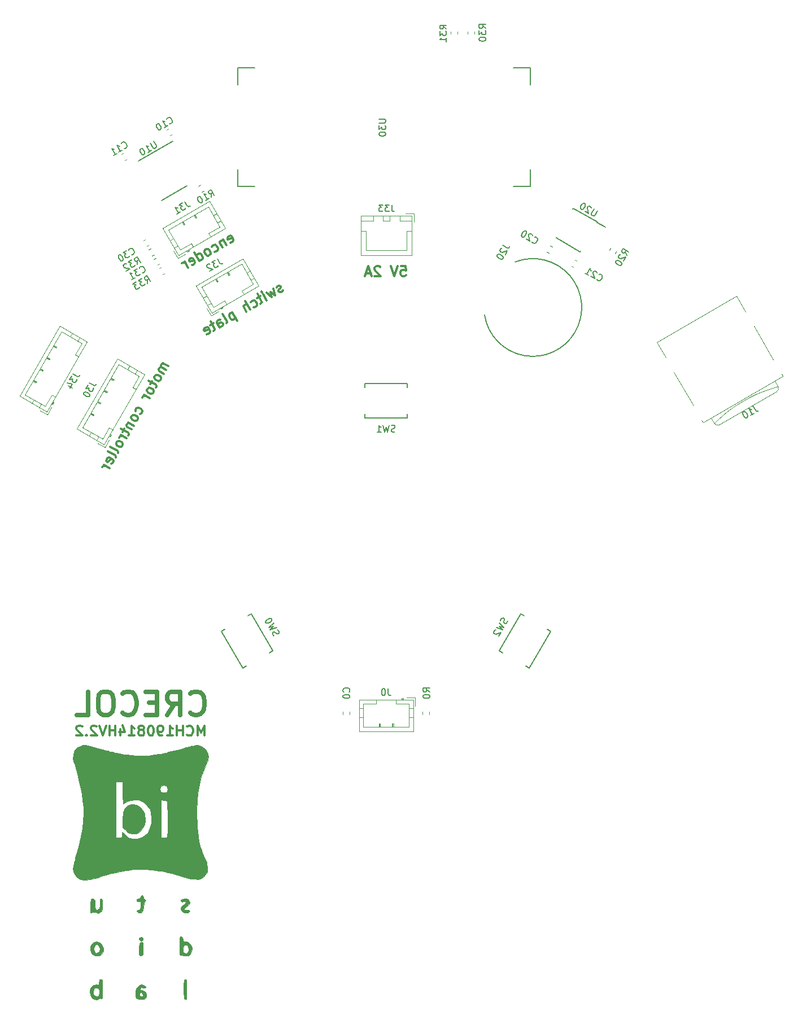
<source format=gbr>
G04 #@! TF.GenerationSoftware,KiCad,Pcbnew,(5.0.1-3-g963ef8bb5)*
G04 #@! TF.CreationDate,2019-08-14T18:08:12+02:00*
G04 #@! TF.ProjectId,crecol_led_pcb_v20,637265636F6C5F6C65645F7063625F76,rev?*
G04 #@! TF.SameCoordinates,Original*
G04 #@! TF.FileFunction,Legend,Bot*
G04 #@! TF.FilePolarity,Positive*
%FSLAX46Y46*%
G04 Gerber Fmt 4.6, Leading zero omitted, Abs format (unit mm)*
G04 Created by KiCad (PCBNEW (5.0.1-3-g963ef8bb5)) date 2019 August 14, Wednesday 18:08:12*
%MOMM*%
%LPD*%
G01*
G04 APERTURE LIST*
%ADD10C,0.300000*%
%ADD11C,0.700000*%
%ADD12C,0.120000*%
%ADD13C,0.150000*%
%ADD14C,0.010000*%
G04 APERTURE END LIST*
D10*
X72735714Y-126178571D02*
X72735714Y-124678571D01*
X72235714Y-125750000D01*
X71735714Y-124678571D01*
X71735714Y-126178571D01*
X70164285Y-126035714D02*
X70235714Y-126107142D01*
X70450000Y-126178571D01*
X70592857Y-126178571D01*
X70807142Y-126107142D01*
X70950000Y-125964285D01*
X71021428Y-125821428D01*
X71092857Y-125535714D01*
X71092857Y-125321428D01*
X71021428Y-125035714D01*
X70950000Y-124892857D01*
X70807142Y-124750000D01*
X70592857Y-124678571D01*
X70450000Y-124678571D01*
X70235714Y-124750000D01*
X70164285Y-124821428D01*
X69521428Y-126178571D02*
X69521428Y-124678571D01*
X69521428Y-125392857D02*
X68664285Y-125392857D01*
X68664285Y-126178571D02*
X68664285Y-124678571D01*
X67164285Y-126178571D02*
X68021428Y-126178571D01*
X67592857Y-126178571D02*
X67592857Y-124678571D01*
X67735714Y-124892857D01*
X67878571Y-125035714D01*
X68021428Y-125107142D01*
X66450000Y-126178571D02*
X66164285Y-126178571D01*
X66021428Y-126107142D01*
X65950000Y-126035714D01*
X65807142Y-125821428D01*
X65735714Y-125535714D01*
X65735714Y-124964285D01*
X65807142Y-124821428D01*
X65878571Y-124750000D01*
X66021428Y-124678571D01*
X66307142Y-124678571D01*
X66450000Y-124750000D01*
X66521428Y-124821428D01*
X66592857Y-124964285D01*
X66592857Y-125321428D01*
X66521428Y-125464285D01*
X66450000Y-125535714D01*
X66307142Y-125607142D01*
X66021428Y-125607142D01*
X65878571Y-125535714D01*
X65807142Y-125464285D01*
X65735714Y-125321428D01*
X64807142Y-124678571D02*
X64664285Y-124678571D01*
X64521428Y-124750000D01*
X64450000Y-124821428D01*
X64378571Y-124964285D01*
X64307142Y-125250000D01*
X64307142Y-125607142D01*
X64378571Y-125892857D01*
X64450000Y-126035714D01*
X64521428Y-126107142D01*
X64664285Y-126178571D01*
X64807142Y-126178571D01*
X64950000Y-126107142D01*
X65021428Y-126035714D01*
X65092857Y-125892857D01*
X65164285Y-125607142D01*
X65164285Y-125250000D01*
X65092857Y-124964285D01*
X65021428Y-124821428D01*
X64950000Y-124750000D01*
X64807142Y-124678571D01*
X63450000Y-125321428D02*
X63592857Y-125250000D01*
X63664285Y-125178571D01*
X63735714Y-125035714D01*
X63735714Y-124964285D01*
X63664285Y-124821428D01*
X63592857Y-124750000D01*
X63450000Y-124678571D01*
X63164285Y-124678571D01*
X63021428Y-124750000D01*
X62950000Y-124821428D01*
X62878571Y-124964285D01*
X62878571Y-125035714D01*
X62950000Y-125178571D01*
X63021428Y-125250000D01*
X63164285Y-125321428D01*
X63450000Y-125321428D01*
X63592857Y-125392857D01*
X63664285Y-125464285D01*
X63735714Y-125607142D01*
X63735714Y-125892857D01*
X63664285Y-126035714D01*
X63592857Y-126107142D01*
X63450000Y-126178571D01*
X63164285Y-126178571D01*
X63021428Y-126107142D01*
X62950000Y-126035714D01*
X62878571Y-125892857D01*
X62878571Y-125607142D01*
X62950000Y-125464285D01*
X63021428Y-125392857D01*
X63164285Y-125321428D01*
X61450000Y-126178571D02*
X62307142Y-126178571D01*
X61878571Y-126178571D02*
X61878571Y-124678571D01*
X62021428Y-124892857D01*
X62164285Y-125035714D01*
X62307142Y-125107142D01*
X60164285Y-125178571D02*
X60164285Y-126178571D01*
X60521428Y-124607142D02*
X60878571Y-125678571D01*
X59950000Y-125678571D01*
X59378571Y-126178571D02*
X59378571Y-124678571D01*
X59378571Y-125392857D02*
X58521428Y-125392857D01*
X58521428Y-126178571D02*
X58521428Y-124678571D01*
X58021428Y-124678571D02*
X57521428Y-126178571D01*
X57021428Y-124678571D01*
X56592857Y-124821428D02*
X56521428Y-124750000D01*
X56378571Y-124678571D01*
X56021428Y-124678571D01*
X55878571Y-124750000D01*
X55807142Y-124821428D01*
X55735714Y-124964285D01*
X55735714Y-125107142D01*
X55807142Y-125321428D01*
X56664285Y-126178571D01*
X55735714Y-126178571D01*
X55092857Y-126035714D02*
X55021428Y-126107142D01*
X55092857Y-126178571D01*
X55164285Y-126107142D01*
X55092857Y-126035714D01*
X55092857Y-126178571D01*
X54450000Y-124821428D02*
X54378571Y-124750000D01*
X54235714Y-124678571D01*
X53878571Y-124678571D01*
X53735714Y-124750000D01*
X53664285Y-124821428D01*
X53592857Y-124964285D01*
X53592857Y-125107142D01*
X53664285Y-125321428D01*
X54521428Y-126178571D01*
X53592857Y-126178571D01*
D11*
X70650000Y-122750000D02*
X70816666Y-122916666D01*
X71316666Y-123083333D01*
X71650000Y-123083333D01*
X72150000Y-122916666D01*
X72483333Y-122583333D01*
X72650000Y-122250000D01*
X72816666Y-121583333D01*
X72816666Y-121083333D01*
X72650000Y-120416666D01*
X72483333Y-120083333D01*
X72150000Y-119750000D01*
X71650000Y-119583333D01*
X71316666Y-119583333D01*
X70816666Y-119750000D01*
X70650000Y-119916666D01*
X67150000Y-123083333D02*
X68316666Y-121416666D01*
X69150000Y-123083333D02*
X69150000Y-119583333D01*
X67816666Y-119583333D01*
X67483333Y-119750000D01*
X67316666Y-119916666D01*
X67150000Y-120250000D01*
X67150000Y-120750000D01*
X67316666Y-121083333D01*
X67483333Y-121250000D01*
X67816666Y-121416666D01*
X69150000Y-121416666D01*
X65650000Y-121250000D02*
X64483333Y-121250000D01*
X63983333Y-123083333D02*
X65650000Y-123083333D01*
X65650000Y-119583333D01*
X63983333Y-119583333D01*
X60483333Y-122750000D02*
X60650000Y-122916666D01*
X61150000Y-123083333D01*
X61483333Y-123083333D01*
X61983333Y-122916666D01*
X62316666Y-122583333D01*
X62483333Y-122250000D01*
X62650000Y-121583333D01*
X62650000Y-121083333D01*
X62483333Y-120416666D01*
X62316666Y-120083333D01*
X61983333Y-119750000D01*
X61483333Y-119583333D01*
X61150000Y-119583333D01*
X60650000Y-119750000D01*
X60483333Y-119916666D01*
X58316666Y-119583333D02*
X57650000Y-119583333D01*
X57316666Y-119750000D01*
X56983333Y-120083333D01*
X56816666Y-120750000D01*
X56816666Y-121916666D01*
X56983333Y-122583333D01*
X57316666Y-122916666D01*
X57650000Y-123083333D01*
X58316666Y-123083333D01*
X58650000Y-122916666D01*
X58983333Y-122583333D01*
X59150000Y-121916666D01*
X59150000Y-120750000D01*
X58983333Y-120083333D01*
X58650000Y-119750000D01*
X58316666Y-119583333D01*
X53650000Y-123083333D02*
X55316666Y-123083333D01*
X55316666Y-119583333D01*
D10*
X102214285Y-55778571D02*
X102928571Y-55778571D01*
X103000000Y-56492857D01*
X102928571Y-56421428D01*
X102785714Y-56350000D01*
X102428571Y-56350000D01*
X102285714Y-56421428D01*
X102214285Y-56492857D01*
X102142857Y-56635714D01*
X102142857Y-56992857D01*
X102214285Y-57135714D01*
X102285714Y-57207142D01*
X102428571Y-57278571D01*
X102785714Y-57278571D01*
X102928571Y-57207142D01*
X103000000Y-57135714D01*
X101714285Y-55778571D02*
X101214285Y-57278571D01*
X100714285Y-55778571D01*
X99142857Y-55921428D02*
X99071428Y-55850000D01*
X98928571Y-55778571D01*
X98571428Y-55778571D01*
X98428571Y-55850000D01*
X98357142Y-55921428D01*
X98285714Y-56064285D01*
X98285714Y-56207142D01*
X98357142Y-56421428D01*
X99214285Y-57278571D01*
X98285714Y-57278571D01*
X97714285Y-56850000D02*
X97000000Y-56850000D01*
X97857142Y-57278571D02*
X97357142Y-55778571D01*
X96857142Y-57278571D01*
X76634660Y-52275801D02*
X76794092Y-52266231D01*
X77041528Y-52123374D01*
X77129532Y-51990086D01*
X77119962Y-51830654D01*
X76834248Y-51335782D01*
X76700960Y-51247779D01*
X76541528Y-51257348D01*
X76294092Y-51400206D01*
X76206088Y-51533493D01*
X76215658Y-51692925D01*
X76287087Y-51816643D01*
X76977105Y-51583218D01*
X75551785Y-51828777D02*
X76051785Y-52694802D01*
X75623213Y-51952495D02*
X75525640Y-51926350D01*
X75366208Y-51935920D01*
X75180631Y-52043063D01*
X75092627Y-52176350D01*
X75102197Y-52335782D01*
X75495054Y-53016231D01*
X74284019Y-53632943D02*
X74443452Y-53623374D01*
X74690887Y-53480517D01*
X74778891Y-53347229D01*
X74805036Y-53249656D01*
X74795466Y-53090224D01*
X74581180Y-52719070D01*
X74447893Y-52631066D01*
X74350320Y-52604922D01*
X74190887Y-52614491D01*
X73943452Y-52757348D01*
X73855448Y-52890636D01*
X73577426Y-54123374D02*
X73665430Y-53990086D01*
X73691575Y-53892513D01*
X73682005Y-53733081D01*
X73467719Y-53361927D01*
X73334432Y-53273924D01*
X73236858Y-53247779D01*
X73077426Y-53257348D01*
X72891849Y-53364491D01*
X72803846Y-53497779D01*
X72777701Y-53595352D01*
X72787271Y-53754784D01*
X73001556Y-54125938D01*
X73134844Y-54213942D01*
X73232417Y-54240086D01*
X73391849Y-54230517D01*
X73577426Y-54123374D01*
X72030952Y-55016231D02*
X71280952Y-53717193D01*
X71995238Y-54954372D02*
X72154670Y-54944802D01*
X72402106Y-54801945D01*
X72490110Y-54668658D01*
X72516254Y-54571085D01*
X72506685Y-54411652D01*
X72292399Y-54040499D01*
X72159112Y-53952495D01*
X72061538Y-53926350D01*
X71902106Y-53935920D01*
X71654670Y-54078777D01*
X71566667Y-54212065D01*
X70881777Y-55597229D02*
X71041209Y-55587660D01*
X71288645Y-55444802D01*
X71376648Y-55311515D01*
X71367079Y-55152083D01*
X71081365Y-54657211D01*
X70948077Y-54569207D01*
X70788645Y-54578777D01*
X70541209Y-54721634D01*
X70453205Y-54854922D01*
X70462775Y-55014354D01*
X70534204Y-55138072D01*
X71224222Y-54904647D01*
X70298902Y-56016231D02*
X69798902Y-55150206D01*
X69941759Y-55397641D02*
X69808471Y-55309638D01*
X69710898Y-55283493D01*
X69551466Y-55293063D01*
X69427748Y-55364491D01*
X84525524Y-59422229D02*
X84437521Y-59555517D01*
X84190085Y-59698374D01*
X84030653Y-59707943D01*
X83897365Y-59619940D01*
X83861651Y-59558081D01*
X83852081Y-59398649D01*
X83940085Y-59265361D01*
X84125662Y-59158218D01*
X84213666Y-59024931D01*
X84204096Y-58865499D01*
X84168382Y-58803640D01*
X84035094Y-58715636D01*
X83875662Y-58725206D01*
X83690085Y-58832348D01*
X83602081Y-58965636D01*
X83071495Y-59189491D02*
X83324060Y-60198374D01*
X82719481Y-59722641D01*
X82829188Y-60484088D01*
X82081752Y-59760920D01*
X82086880Y-60912660D02*
X81586880Y-60046634D01*
X81336880Y-59613621D02*
X81434454Y-59639766D01*
X81408309Y-59737339D01*
X81310736Y-59711195D01*
X81336880Y-59613621D01*
X81408309Y-59737339D01*
X81153868Y-60296634D02*
X80658996Y-60582348D01*
X80718291Y-59970764D02*
X81361148Y-61084226D01*
X81370718Y-61243658D01*
X81282714Y-61376945D01*
X81158996Y-61448374D01*
X80133539Y-61957943D02*
X80292971Y-61948374D01*
X80540407Y-61805517D01*
X80628410Y-61672229D01*
X80654555Y-61574656D01*
X80644985Y-61415224D01*
X80430700Y-61044070D01*
X80297412Y-60956066D01*
X80199839Y-60929922D01*
X80040407Y-60939491D01*
X79792971Y-61082348D01*
X79704967Y-61215636D01*
X79612522Y-62341231D02*
X78862522Y-61042193D01*
X79055792Y-62662660D02*
X78662934Y-61982211D01*
X78653365Y-61822779D01*
X78741368Y-61689491D01*
X78926945Y-61582348D01*
X79086378Y-61572779D01*
X79183951Y-61598924D01*
X76947459Y-62725206D02*
X77697459Y-64024244D01*
X76983173Y-62787065D02*
X76823741Y-62796634D01*
X76576305Y-62939491D01*
X76488301Y-63072779D01*
X76462157Y-63170352D01*
X76471726Y-63329784D01*
X76686012Y-63700938D01*
X76819299Y-63788942D01*
X76916873Y-63815086D01*
X77076305Y-63805517D01*
X77323741Y-63662660D01*
X77411744Y-63529372D01*
X76086562Y-64376945D02*
X76174565Y-64243658D01*
X76164996Y-64084226D01*
X75522138Y-62970764D01*
X75034959Y-64984088D02*
X74642102Y-64303640D01*
X74632533Y-64144207D01*
X74720536Y-64010920D01*
X74967972Y-63868063D01*
X75127404Y-63858493D01*
X74999245Y-64922229D02*
X75158677Y-64912660D01*
X75467972Y-64734088D01*
X75555976Y-64600801D01*
X75546406Y-64441368D01*
X75474977Y-64317651D01*
X75341690Y-64229647D01*
X75182258Y-64239217D01*
X74872963Y-64417788D01*
X74713531Y-64427358D01*
X74101947Y-64368063D02*
X73607075Y-64653777D01*
X73666370Y-64042193D02*
X74309227Y-65155654D01*
X74318797Y-65315086D01*
X74230793Y-65448374D01*
X74107075Y-65519802D01*
X73143476Y-65993658D02*
X73302909Y-65984088D01*
X73550344Y-65841231D01*
X73638348Y-65707943D01*
X73628778Y-65548511D01*
X73343064Y-65053640D01*
X73209777Y-64965636D01*
X73050344Y-64975206D01*
X72802909Y-65118063D01*
X72714905Y-65251350D01*
X72724475Y-65410782D01*
X72795903Y-65534500D01*
X73485921Y-65301075D01*
X67351945Y-70806916D02*
X66485920Y-70306916D01*
X66609638Y-70378344D02*
X66512065Y-70404489D01*
X66378777Y-70492492D01*
X66271634Y-70678069D01*
X66262065Y-70837501D01*
X66350068Y-70970789D01*
X67030517Y-71363646D01*
X66350068Y-70970789D02*
X66190636Y-70961219D01*
X66057348Y-71049223D01*
X65950206Y-71234800D01*
X65940636Y-71394232D01*
X66028640Y-71527520D01*
X66709088Y-71920377D01*
X66244802Y-72724543D02*
X66254372Y-72565111D01*
X66228227Y-72467538D01*
X66140224Y-72334250D01*
X65769070Y-72119965D01*
X65609638Y-72110395D01*
X65512065Y-72136540D01*
X65378777Y-72224543D01*
X65271634Y-72410120D01*
X65262065Y-72569552D01*
X65288209Y-72667126D01*
X65376213Y-72800413D01*
X65747367Y-73014699D01*
X65906799Y-73024268D01*
X66004372Y-72998124D01*
X66137660Y-72910120D01*
X66244802Y-72724543D01*
X64914491Y-73028710D02*
X64628777Y-73523581D01*
X64374336Y-72964287D02*
X65487797Y-73607144D01*
X65575801Y-73740431D01*
X65566231Y-73899863D01*
X65494802Y-74023581D01*
X65137660Y-74642171D02*
X65147229Y-74482739D01*
X65121085Y-74385165D01*
X65033081Y-74251878D01*
X64661927Y-74037592D01*
X64502495Y-74028023D01*
X64404922Y-74054167D01*
X64271634Y-74142171D01*
X64164491Y-74327748D01*
X64154922Y-74487180D01*
X64181066Y-74584753D01*
X64269070Y-74718041D01*
X64640224Y-74932326D01*
X64799656Y-74941896D01*
X64897229Y-74915751D01*
X65030517Y-74827748D01*
X65137660Y-74642171D01*
X64566231Y-75631914D02*
X63700206Y-75131914D01*
X63947641Y-75274771D02*
X63788209Y-75265202D01*
X63690636Y-75291346D01*
X63557348Y-75379350D01*
X63485920Y-75503068D01*
X63147229Y-77946840D02*
X63280517Y-77858837D01*
X63423374Y-77611401D01*
X63432943Y-77451969D01*
X63406799Y-77354395D01*
X63318795Y-77221108D01*
X62947641Y-77006822D01*
X62788209Y-76997253D01*
X62690636Y-77023397D01*
X62557348Y-77111401D01*
X62414491Y-77358837D01*
X62404922Y-77518269D01*
X62780517Y-78724862D02*
X62790086Y-78565430D01*
X62763942Y-78467857D01*
X62675938Y-78334569D01*
X62304784Y-78120283D01*
X62145352Y-78110714D01*
X62047779Y-78136858D01*
X61914491Y-78224862D01*
X61807348Y-78410439D01*
X61797779Y-78569871D01*
X61823924Y-78667444D01*
X61911927Y-78800732D01*
X62283081Y-79015018D01*
X62442513Y-79024587D01*
X62540086Y-78998443D01*
X62673374Y-78910439D01*
X62780517Y-78724862D01*
X61343063Y-79214605D02*
X62209088Y-79714605D01*
X61466781Y-79286034D02*
X61369207Y-79312179D01*
X61235920Y-79400182D01*
X61128777Y-79585759D01*
X61119207Y-79745191D01*
X61207211Y-79878479D01*
X61887660Y-80271336D01*
X60771634Y-80204349D02*
X60485920Y-80699220D01*
X60231479Y-80139926D02*
X61344940Y-80782783D01*
X61432943Y-80916070D01*
X61423374Y-81075502D01*
X61351945Y-81199220D01*
X61101945Y-81632233D02*
X60235920Y-81132233D01*
X60483356Y-81275090D02*
X60323924Y-81265521D01*
X60226350Y-81291665D01*
X60093063Y-81379669D01*
X60021634Y-81503387D01*
X60530517Y-82621976D02*
X60540086Y-82462544D01*
X60513942Y-82364971D01*
X60425938Y-82231683D01*
X60054784Y-82017398D01*
X59895352Y-82007828D01*
X59797779Y-82033973D01*
X59664491Y-82121976D01*
X59557348Y-82307553D01*
X59547779Y-82466985D01*
X59573924Y-82564559D01*
X59661927Y-82697846D01*
X60033081Y-82912132D01*
X60192513Y-82921702D01*
X60290086Y-82895557D01*
X60423374Y-82807553D01*
X60530517Y-82621976D01*
X59851945Y-83797297D02*
X59861515Y-83637864D01*
X59773511Y-83504577D01*
X58660050Y-82861720D01*
X59459088Y-84477745D02*
X59468658Y-84318313D01*
X59380654Y-84185025D01*
X58267193Y-83542168D01*
X58825801Y-85431774D02*
X58959088Y-85343771D01*
X59101945Y-85096335D01*
X59111515Y-84936902D01*
X59023511Y-84803615D01*
X58528640Y-84517901D01*
X58369207Y-84508331D01*
X58235920Y-84596335D01*
X58093063Y-84843771D01*
X58083493Y-85003203D01*
X58171497Y-85136490D01*
X58295215Y-85207919D01*
X58776075Y-84660758D01*
X58530517Y-86086078D02*
X57664491Y-85586078D01*
X57911927Y-85728935D02*
X57752495Y-85719366D01*
X57654922Y-85745510D01*
X57521634Y-85833514D01*
X57450206Y-85957232D01*
D12*
G04 #@! TO.C,J33*
X104150000Y-47950000D02*
X104150000Y-49200000D01*
X102900000Y-47950000D02*
X104150000Y-47950000D01*
X97000000Y-53450000D02*
X100050000Y-53450000D01*
X97000000Y-50500000D02*
X97000000Y-53450000D01*
X96250000Y-50500000D02*
X97000000Y-50500000D01*
X103100000Y-53450000D02*
X100050000Y-53450000D01*
X103100000Y-50500000D02*
X103100000Y-53450000D01*
X103850000Y-50500000D02*
X103100000Y-50500000D01*
X96250000Y-48250000D02*
X98050000Y-48250000D01*
X96250000Y-49000000D02*
X96250000Y-48250000D01*
X98050000Y-49000000D02*
X96250000Y-49000000D01*
X98050000Y-48250000D02*
X98050000Y-49000000D01*
X102050000Y-48250000D02*
X103850000Y-48250000D01*
X102050000Y-49000000D02*
X102050000Y-48250000D01*
X103850000Y-49000000D02*
X102050000Y-49000000D01*
X103850000Y-48250000D02*
X103850000Y-49000000D01*
X99550000Y-48250000D02*
X100550000Y-48250000D01*
X99550000Y-49000000D02*
X99550000Y-48250000D01*
X100550000Y-49000000D02*
X99550000Y-49000000D01*
X100550000Y-48250000D02*
X100550000Y-49000000D01*
X96240000Y-48240000D02*
X103860000Y-48240000D01*
X96240000Y-54210000D02*
X96240000Y-48240000D01*
X103860000Y-54210000D02*
X96240000Y-54210000D01*
X103860000Y-48240000D02*
X103860000Y-54210000D01*
G04 #@! TO.C,C31*
X66803322Y-56856039D02*
X66506678Y-57027306D01*
X66293322Y-55972694D02*
X65996678Y-56143961D01*
G04 #@! TO.C,C30*
X63893322Y-51772694D02*
X63596678Y-51943961D01*
X64403322Y-52656039D02*
X64106678Y-52827306D01*
G04 #@! TO.C,R32*
X64396678Y-53343961D02*
X64693322Y-53172694D01*
X64906678Y-54227306D02*
X65203322Y-54056039D01*
G04 #@! TO.C,R33*
X65706678Y-55627306D02*
X66003322Y-55456039D01*
X65196678Y-54743961D02*
X65493322Y-54572694D01*
G04 #@! TO.C,C0*
X93490000Y-122628733D02*
X93490000Y-122971267D01*
X94510000Y-122628733D02*
X94510000Y-122971267D01*
G04 #@! TO.C,J0*
X104060000Y-120790000D02*
X104060000Y-125510000D01*
X104060000Y-125510000D02*
X95940000Y-125510000D01*
X95940000Y-125510000D02*
X95940000Y-120790000D01*
X95940000Y-120790000D02*
X104060000Y-120790000D01*
X102300000Y-120790000D02*
X102300000Y-120590000D01*
X102300000Y-120590000D02*
X102600000Y-120590000D01*
X102600000Y-120590000D02*
X102600000Y-120790000D01*
X102300000Y-120690000D02*
X102600000Y-120690000D01*
X101500000Y-120790000D02*
X101500000Y-121400000D01*
X101500000Y-121400000D02*
X103450000Y-121400000D01*
X103450000Y-121400000D02*
X103450000Y-124900000D01*
X103450000Y-124900000D02*
X96550000Y-124900000D01*
X96550000Y-124900000D02*
X96550000Y-121400000D01*
X96550000Y-121400000D02*
X98500000Y-121400000D01*
X98500000Y-121400000D02*
X98500000Y-120790000D01*
X104060000Y-122100000D02*
X103450000Y-122100000D01*
X104060000Y-123400000D02*
X103450000Y-123400000D01*
X95940000Y-122100000D02*
X96550000Y-122100000D01*
X95940000Y-123400000D02*
X96550000Y-123400000D01*
X101100000Y-124900000D02*
X101100000Y-124400000D01*
X101100000Y-124400000D02*
X100900000Y-124400000D01*
X100900000Y-124400000D02*
X100900000Y-124900000D01*
X101000000Y-124900000D02*
X101000000Y-124400000D01*
X99100000Y-124900000D02*
X99100000Y-124400000D01*
X99100000Y-124400000D02*
X98900000Y-124400000D01*
X98900000Y-124400000D02*
X98900000Y-124900000D01*
X99000000Y-124900000D02*
X99000000Y-124400000D01*
X103110000Y-120490000D02*
X104360000Y-120490000D01*
X104360000Y-120490000D02*
X104360000Y-121740000D01*
G04 #@! TO.C,R0*
X106510000Y-122971267D02*
X106510000Y-122628733D01*
X105490000Y-122971267D02*
X105490000Y-122628733D01*
D13*
G04 #@! TO.C,SW0*
X75817949Y-110228719D02*
X75298334Y-110528719D01*
X75298334Y-110528719D02*
X78498334Y-116071281D01*
X78498334Y-116071281D02*
X79017949Y-115771281D01*
X82482051Y-113771281D02*
X83001666Y-113471281D01*
X83001666Y-113471281D02*
X79801666Y-107928719D01*
X79801666Y-107928719D02*
X79282051Y-108228719D01*
G04 #@! TO.C,SW1*
X96800000Y-78000000D02*
X96800000Y-78600000D01*
X96800000Y-78600000D02*
X103200000Y-78600000D01*
X103200000Y-78600000D02*
X103200000Y-78000000D01*
X103200000Y-74000000D02*
X103200000Y-73400000D01*
X103200000Y-73400000D02*
X96800000Y-73400000D01*
X96800000Y-73400000D02*
X96800000Y-74000000D01*
G04 #@! TO.C,SW2*
X116948334Y-113471281D02*
X117467949Y-113771281D01*
X120148334Y-107928719D02*
X116948334Y-113471281D01*
X120667949Y-108228719D02*
X120148334Y-107928719D01*
X124651666Y-110528719D02*
X124132051Y-110228719D01*
X121451666Y-116071281D02*
X124651666Y-110528719D01*
X120932051Y-115771281D02*
X121451666Y-116071281D01*
D12*
G04 #@! TO.C,C10*
X67903322Y-36056039D02*
X67606678Y-36227306D01*
X67393322Y-35172694D02*
X67096678Y-35343961D01*
G04 #@! TO.C,C11*
X60593322Y-38872694D02*
X60296678Y-39043961D01*
X61103322Y-39756039D02*
X60806678Y-39927306D01*
G04 #@! TO.C,C20*
X124096678Y-53656039D02*
X124393322Y-53827306D01*
X124606678Y-52772694D02*
X124903322Y-52943961D01*
G04 #@! TO.C,C21*
X128306678Y-54872694D02*
X128603322Y-55043961D01*
X127796678Y-55756039D02*
X128093322Y-55927306D01*
G04 #@! TO.C,J10*
X158231408Y-73982089D02*
X158714421Y-73818691D01*
X156955575Y-74372281D02*
X158231408Y-73982089D01*
X155556536Y-74949077D02*
X156955575Y-74372281D01*
X154380704Y-75512474D02*
X155556536Y-74949077D01*
X152821858Y-76412474D02*
X154380704Y-75512474D01*
X151746026Y-77149076D02*
X152821858Y-76412474D01*
X151103205Y-77635679D02*
X151746026Y-77149076D01*
X149780962Y-78745486D02*
X151103205Y-77635679D01*
X149188141Y-79318691D02*
X149780962Y-78745486D01*
X149921155Y-79588306D02*
X158581407Y-74588307D01*
X148738141Y-78539269D02*
X149238141Y-79405294D01*
X158264421Y-73039269D02*
X158764421Y-73905294D01*
X147517046Y-79244268D02*
X159485516Y-72334269D01*
X152525517Y-60279195D02*
X140557045Y-67189195D01*
X153875517Y-62617464D02*
X152525517Y-60279195D01*
X159485516Y-72334269D02*
X159285517Y-71987858D01*
X158025516Y-69805475D02*
X155135516Y-64799848D01*
X141907045Y-69527464D02*
X140557045Y-67189195D01*
X146057046Y-76715474D02*
X143167046Y-71709847D01*
X147517046Y-79244268D02*
X147317045Y-78897858D01*
X158764421Y-73905295D02*
G75*
G02X158581407Y-74588307I-433013J-249999D01*
G01*
X149921154Y-79588307D02*
G75*
G02X149238141Y-79405294I-250000J433013D01*
G01*
D13*
G04 #@! TO.C,J20*
X114763657Y-63133716D02*
G75*
G03X119363656Y-55166285I7236343J1133716D01*
G01*
D12*
G04 #@! TO.C,R10*
X72364450Y-44689806D02*
X72661094Y-44518539D01*
X71854450Y-43806461D02*
X72151094Y-43635194D01*
G04 #@! TO.C,R20*
X134527306Y-53606678D02*
X134356039Y-53903322D01*
X133643961Y-53096678D02*
X133472694Y-53393322D01*
D13*
G04 #@! TO.C,U10*
X70151907Y-43775288D02*
X66298093Y-46000288D01*
X68022595Y-37037212D02*
X62848093Y-40024712D01*
G04 #@! TO.C,U20*
X131684503Y-49207485D02*
X131659503Y-49250786D01*
X128090497Y-47132485D02*
X128017997Y-47258058D01*
X125515497Y-51592515D02*
X125587997Y-51466942D01*
X129109503Y-53667515D02*
X129182003Y-53541942D01*
X131684503Y-49207485D02*
X128090497Y-47132485D01*
X129109503Y-53667515D02*
X125515497Y-51592515D01*
X131659503Y-49250786D02*
X132871938Y-49950786D01*
D12*
G04 #@! TO.C,J30*
X57737506Y-82553114D02*
X53649866Y-80193114D01*
X53649866Y-80193114D02*
X59709866Y-69696886D01*
X59709866Y-69696886D02*
X63797506Y-72056886D01*
X63797506Y-72056886D02*
X57737506Y-82553114D01*
X58617506Y-81028910D02*
X58790711Y-81128910D01*
X58790711Y-81128910D02*
X58640711Y-81388717D01*
X58640711Y-81388717D02*
X58467506Y-81288717D01*
X58704109Y-81078910D02*
X58554109Y-81338717D01*
X59017506Y-80336089D02*
X58489230Y-80031089D01*
X58489230Y-80031089D02*
X57514230Y-81719839D01*
X57514230Y-81719839D02*
X54483142Y-79969839D01*
X54483142Y-79969839D02*
X59933142Y-70530162D01*
X59933142Y-70530162D02*
X62964230Y-72280162D01*
X62964230Y-72280162D02*
X61989230Y-73968911D01*
X61989230Y-73968911D02*
X62517506Y-74273911D01*
X56603013Y-81898114D02*
X56908013Y-81369839D01*
X55477180Y-81248114D02*
X55782180Y-80719839D01*
X62663013Y-71401886D02*
X62358013Y-71930162D01*
X61537180Y-70751886D02*
X61232180Y-71280162D01*
X55658142Y-77934679D02*
X56091154Y-78184679D01*
X56091154Y-78184679D02*
X56191154Y-78011474D01*
X56191154Y-78011474D02*
X55758142Y-77761474D01*
X55708142Y-77848077D02*
X56141154Y-78098077D01*
X56658142Y-76202628D02*
X57091154Y-76452628D01*
X57091154Y-76452628D02*
X57191154Y-76279423D01*
X57191154Y-76279423D02*
X56758142Y-76029423D01*
X56708142Y-76116026D02*
X57141154Y-76366026D01*
X57658142Y-74470578D02*
X58091154Y-74720578D01*
X58091154Y-74720578D02*
X58191154Y-74547372D01*
X58191154Y-74547372D02*
X57758142Y-74297372D01*
X57708142Y-74383975D02*
X58141154Y-74633975D01*
X58658142Y-72738527D02*
X59091154Y-72988527D01*
X59091154Y-72988527D02*
X59191154Y-72815322D01*
X59191154Y-72815322D02*
X58758142Y-72565322D01*
X58708142Y-72651924D02*
X59141154Y-72901924D01*
X58472314Y-81880390D02*
X57847314Y-82962922D01*
X57847314Y-82962922D02*
X56764782Y-82337922D01*
G04 #@! TO.C,J31*
X68779129Y-54607314D02*
X68154129Y-53524782D01*
X69861661Y-53982314D02*
X68779129Y-54607314D01*
X71216025Y-48108142D02*
X71466025Y-48541154D01*
X71552628Y-48491154D02*
X71302628Y-48058142D01*
X71379423Y-48591154D02*
X71552628Y-48491154D01*
X71129423Y-48158142D02*
X71379423Y-48591154D01*
X69483975Y-49108142D02*
X69733974Y-49541154D01*
X69820577Y-49491154D02*
X69570577Y-49058142D01*
X69647372Y-49591154D02*
X69820577Y-49491154D01*
X69397372Y-49158142D02*
X69647372Y-49591154D01*
X74616063Y-47877180D02*
X74087788Y-48182181D01*
X75266063Y-49003013D02*
X74737787Y-49308013D01*
X67583937Y-51937180D02*
X68112212Y-51632180D01*
X68233937Y-53063013D02*
X68762212Y-52758013D01*
X73399038Y-50889230D02*
X73704038Y-51417506D01*
X75087787Y-49914231D02*
X73399038Y-50889230D01*
X73337788Y-46883142D02*
X75087787Y-49914231D01*
X67362212Y-50333142D02*
X73337788Y-46883142D01*
X69112212Y-53364230D02*
X67362212Y-50333142D01*
X70800961Y-52389230D02*
X69112212Y-53364230D01*
X71105962Y-52917506D02*
X70800961Y-52389230D01*
X70463142Y-53404109D02*
X70203334Y-53554109D01*
X70253334Y-53640711D02*
X70153334Y-53467506D01*
X70513141Y-53490711D02*
X70253334Y-53640711D01*
X70413141Y-53317506D02*
X70513141Y-53490711D01*
X75921063Y-50137506D02*
X68888937Y-54197506D01*
X73561063Y-46049866D02*
X75921063Y-50137506D01*
X66528937Y-50109866D02*
X73561063Y-46049866D01*
X68888937Y-54197506D02*
X66528937Y-50109866D01*
G04 #@! TO.C,J32*
X73888937Y-62797506D02*
X71528937Y-58709866D01*
X71528937Y-58709866D02*
X78561063Y-54649866D01*
X78561063Y-54649866D02*
X80921063Y-58737506D01*
X80921063Y-58737506D02*
X73888937Y-62797506D01*
X75413141Y-61917506D02*
X75513141Y-62090711D01*
X75513141Y-62090711D02*
X75253334Y-62240711D01*
X75253334Y-62240711D02*
X75153334Y-62067506D01*
X75463141Y-62004109D02*
X75203334Y-62154109D01*
X76105962Y-61517506D02*
X75800962Y-60989230D01*
X75800962Y-60989230D02*
X74112212Y-61964230D01*
X74112212Y-61964230D02*
X72362212Y-58933142D01*
X72362212Y-58933142D02*
X78337787Y-55483142D01*
X78337787Y-55483142D02*
X80087787Y-58514230D01*
X80087787Y-58514230D02*
X78399038Y-59489230D01*
X78399038Y-59489230D02*
X78704038Y-60017506D01*
X73233937Y-61663013D02*
X73762212Y-61358013D01*
X72583937Y-60537180D02*
X73112212Y-60232180D01*
X80266063Y-57603013D02*
X79737787Y-57908013D01*
X79616063Y-56477180D02*
X79087787Y-56782180D01*
X74397372Y-57758142D02*
X74647372Y-58191154D01*
X74647372Y-58191154D02*
X74820577Y-58091154D01*
X74820577Y-58091154D02*
X74570577Y-57658142D01*
X74483974Y-57708142D02*
X74733974Y-58141154D01*
X76129423Y-56758142D02*
X76379423Y-57191154D01*
X76379423Y-57191154D02*
X76552628Y-57091154D01*
X76552628Y-57091154D02*
X76302628Y-56658142D01*
X76216025Y-56708142D02*
X76466025Y-57141154D01*
X74861661Y-62582314D02*
X73779129Y-63207314D01*
X73779129Y-63207314D02*
X73154129Y-62124782D01*
G04 #@! TO.C,R30*
X113210000Y-20628733D02*
X113210000Y-20971267D01*
X112190000Y-20628733D02*
X112190000Y-20971267D01*
G04 #@! TO.C,R31*
X109690000Y-20628733D02*
X109690000Y-20971267D01*
X110710000Y-20628733D02*
X110710000Y-20971267D01*
D13*
G04 #@! TO.C,U30*
X119050000Y-43890000D02*
X121590000Y-43890000D01*
X121590000Y-43890000D02*
X121590000Y-41350000D01*
X121590000Y-28650000D02*
X121590000Y-26110000D01*
X121590000Y-26110000D02*
X119050000Y-26110000D01*
X80315000Y-43890000D02*
X77775000Y-43890000D01*
X77775000Y-43890000D02*
X77775000Y-41350000D01*
X77775000Y-28650000D02*
X77775000Y-26110000D01*
X77775000Y-26110000D02*
X80315000Y-26110000D01*
D12*
G04 #@! TO.C,J34*
X49137506Y-77653114D02*
X45049866Y-75293114D01*
X45049866Y-75293114D02*
X51109866Y-64796886D01*
X51109866Y-64796886D02*
X55197506Y-67156886D01*
X55197506Y-67156886D02*
X49137506Y-77653114D01*
X50017506Y-76128910D02*
X50190711Y-76228910D01*
X50190711Y-76228910D02*
X50040711Y-76488717D01*
X50040711Y-76488717D02*
X49867506Y-76388717D01*
X50104109Y-76178910D02*
X49954109Y-76438717D01*
X50417506Y-75436089D02*
X49889230Y-75131089D01*
X49889230Y-75131089D02*
X48914230Y-76819839D01*
X48914230Y-76819839D02*
X45883142Y-75069839D01*
X45883142Y-75069839D02*
X51333142Y-65630162D01*
X51333142Y-65630162D02*
X54364230Y-67380162D01*
X54364230Y-67380162D02*
X53389230Y-69068911D01*
X53389230Y-69068911D02*
X53917506Y-69373911D01*
X48003013Y-76998114D02*
X48308013Y-76469839D01*
X46877180Y-76348114D02*
X47182180Y-75819839D01*
X54063013Y-66501886D02*
X53758013Y-67030162D01*
X52937180Y-65851886D02*
X52632180Y-66380162D01*
X47058142Y-73034679D02*
X47491154Y-73284679D01*
X47491154Y-73284679D02*
X47591154Y-73111474D01*
X47591154Y-73111474D02*
X47158142Y-72861474D01*
X47108142Y-72948077D02*
X47541154Y-73198077D01*
X48058142Y-71302628D02*
X48491154Y-71552628D01*
X48491154Y-71552628D02*
X48591154Y-71379423D01*
X48591154Y-71379423D02*
X48158142Y-71129423D01*
X48108142Y-71216026D02*
X48541154Y-71466026D01*
X49058142Y-69570578D02*
X49491154Y-69820578D01*
X49491154Y-69820578D02*
X49591154Y-69647372D01*
X49591154Y-69647372D02*
X49158142Y-69397372D01*
X49108142Y-69483975D02*
X49541154Y-69733975D01*
X50058142Y-67838527D02*
X50491154Y-68088527D01*
X50491154Y-68088527D02*
X50591154Y-67915322D01*
X50591154Y-67915322D02*
X50158142Y-67665322D01*
X50108142Y-67751924D02*
X50541154Y-68001924D01*
X49872314Y-76980390D02*
X49247314Y-78062922D01*
X49247314Y-78062922D02*
X48164782Y-77437922D01*
D14*
G04 #@! TO.C,G\002A\002A\002A*
G36*
X61857892Y-136469735D02*
X61538215Y-136579598D01*
X61201451Y-136768420D01*
X60913176Y-136987856D01*
X60738961Y-137189562D01*
X60725231Y-137304800D01*
X60702371Y-137457304D01*
X60662072Y-137491219D01*
X60604428Y-137647419D01*
X60560533Y-138000908D01*
X60536118Y-138495099D01*
X60533000Y-138765761D01*
X60533000Y-139960533D01*
X60981734Y-140409266D01*
X61280197Y-140678078D01*
X61549193Y-140811374D01*
X61904885Y-140855197D01*
X62113831Y-140858000D01*
X62547141Y-140837392D01*
X62844418Y-140745942D01*
X63122254Y-140539210D01*
X63238698Y-140429242D01*
X63570601Y-139985965D01*
X63800698Y-139442567D01*
X63902178Y-138889468D01*
X63848230Y-138417085D01*
X63841118Y-138397590D01*
X63776112Y-138144383D01*
X63790805Y-138023528D01*
X63769964Y-137886472D01*
X63644516Y-137607048D01*
X63523728Y-137387582D01*
X63103601Y-136862227D01*
X62596484Y-136542181D01*
X62040448Y-136448424D01*
X61857892Y-136469735D01*
X61857892Y-136469735D01*
G37*
X61857892Y-136469735D02*
X61538215Y-136579598D01*
X61201451Y-136768420D01*
X60913176Y-136987856D01*
X60738961Y-137189562D01*
X60725231Y-137304800D01*
X60702371Y-137457304D01*
X60662072Y-137491219D01*
X60604428Y-137647419D01*
X60560533Y-138000908D01*
X60536118Y-138495099D01*
X60533000Y-138765761D01*
X60533000Y-139960533D01*
X60981734Y-140409266D01*
X61280197Y-140678078D01*
X61549193Y-140811374D01*
X61904885Y-140855197D01*
X62113831Y-140858000D01*
X62547141Y-140837392D01*
X62844418Y-140745942D01*
X63122254Y-140539210D01*
X63238698Y-140429242D01*
X63570601Y-139985965D01*
X63800698Y-139442567D01*
X63902178Y-138889468D01*
X63848230Y-138417085D01*
X63841118Y-138397590D01*
X63776112Y-138144383D01*
X63790805Y-138023528D01*
X63769964Y-137886472D01*
X63644516Y-137607048D01*
X63523728Y-137387582D01*
X63103601Y-136862227D01*
X62596484Y-136542181D01*
X62040448Y-136448424D01*
X61857892Y-136469735D01*
G36*
X71212660Y-127643759D02*
X71000384Y-127720005D01*
X70921639Y-127709305D01*
X70782308Y-127719301D01*
X70466514Y-127798932D01*
X70036828Y-127931936D01*
X69939988Y-127964443D01*
X69351084Y-128146863D01*
X68723916Y-128313514D01*
X68237588Y-128419690D01*
X67806594Y-128506536D01*
X67473342Y-128589555D01*
X67329290Y-128641700D01*
X67104062Y-128738640D01*
X67073500Y-128745588D01*
X66865724Y-128785974D01*
X66565500Y-128846290D01*
X66191656Y-128911121D01*
X65733718Y-128976420D01*
X65613000Y-128991337D01*
X65214114Y-129046719D01*
X64897687Y-129104741D01*
X64827077Y-129122530D01*
X64489306Y-129173879D01*
X63959829Y-129197802D01*
X63299209Y-129196474D01*
X62568011Y-129172068D01*
X61826796Y-129126756D01*
X61136130Y-129062712D01*
X60556575Y-128982110D01*
X60469500Y-128966159D01*
X59916067Y-128859463D01*
X59554410Y-128786950D01*
X59326880Y-128734823D01*
X59175827Y-128689281D01*
X59043602Y-128636527D01*
X58983332Y-128610428D01*
X58738780Y-128567194D01*
X58642858Y-128593317D01*
X58474886Y-128584308D01*
X58443775Y-128549152D01*
X58266457Y-128444502D01*
X58149250Y-128429630D01*
X58051797Y-128426988D01*
X57934291Y-128410744D01*
X57757765Y-128370436D01*
X57483250Y-128295601D01*
X57071776Y-128175777D01*
X56484377Y-128000501D01*
X55926653Y-127832895D01*
X55356143Y-127679124D01*
X54905261Y-127592767D01*
X54627096Y-127583371D01*
X54593153Y-127593091D01*
X54315918Y-127693915D01*
X54208125Y-127722417D01*
X53796331Y-127915954D01*
X53422305Y-128277290D01*
X53206473Y-128640416D01*
X53098523Y-129083666D01*
X53084128Y-129594031D01*
X53157210Y-130067933D01*
X53309717Y-130399437D01*
X53395517Y-130542984D01*
X53378685Y-130571000D01*
X53370443Y-130676446D01*
X53437902Y-130940693D01*
X53477482Y-131059106D01*
X53640167Y-131593589D01*
X53823796Y-132315762D01*
X54015530Y-133161570D01*
X54202527Y-134066958D01*
X54371948Y-134967873D01*
X54510953Y-135800259D01*
X54606701Y-136500064D01*
X54639971Y-136858330D01*
X54665620Y-137886318D01*
X54607912Y-138957280D01*
X54460901Y-140112051D01*
X54218638Y-141391463D01*
X53875176Y-142836350D01*
X53641220Y-143715500D01*
X53510543Y-144194856D01*
X53407784Y-144577871D01*
X53350116Y-144800324D01*
X53344058Y-144826750D01*
X53290532Y-145017250D01*
X53233928Y-145226040D01*
X53231292Y-145239500D01*
X53181924Y-145446691D01*
X53106981Y-145727255D01*
X53082537Y-146240552D01*
X53247114Y-146791536D01*
X53570268Y-147290022D01*
X53669356Y-147393092D01*
X54168179Y-147695376D01*
X54834020Y-147806835D01*
X55666209Y-147727419D01*
X56278500Y-147578521D01*
X56743804Y-147440924D01*
X57127875Y-147322506D01*
X57351517Y-147247722D01*
X57358000Y-147245197D01*
X57643514Y-147153294D01*
X57726000Y-147133803D01*
X57947447Y-147075204D01*
X58303904Y-146968078D01*
X58488000Y-146909804D01*
X58907873Y-146797304D01*
X59464859Y-146677669D01*
X60044048Y-146575397D01*
X60088500Y-146568608D01*
X60589940Y-146488612D01*
X61007307Y-146413898D01*
X61265643Y-146358093D01*
X61295000Y-146349256D01*
X61602861Y-146291040D01*
X62098390Y-146250634D01*
X62715829Y-146228748D01*
X63389423Y-146226092D01*
X64053416Y-146243377D01*
X64642050Y-146281312D01*
X64902874Y-146310287D01*
X65465059Y-146384739D01*
X65999300Y-146452978D01*
X66400734Y-146501645D01*
X66438500Y-146505928D01*
X66792133Y-146568256D01*
X67298886Y-146685704D01*
X67869645Y-146836985D01*
X68089500Y-146900308D01*
X69187418Y-147217380D01*
X70075454Y-147453411D01*
X70783830Y-147610223D01*
X71342766Y-147689642D01*
X71782484Y-147693491D01*
X72133204Y-147623594D01*
X72425148Y-147481776D01*
X72688537Y-147269860D01*
X72775971Y-147183177D01*
X73033767Y-146886305D01*
X73160849Y-146614096D01*
X73200747Y-146251115D01*
X73202039Y-146053371D01*
X73085104Y-145234944D01*
X72915305Y-144795000D01*
X72705084Y-144330334D01*
X72518486Y-143853884D01*
X72471661Y-143715500D01*
X72353319Y-143366798D01*
X72255419Y-143119439D01*
X72235645Y-143080500D01*
X72139278Y-142852458D01*
X72132746Y-142826500D01*
X72084483Y-142612572D01*
X72031625Y-142382000D01*
X71865339Y-141481984D01*
X71734084Y-140407199D01*
X71708941Y-140076689D01*
X67243456Y-140076689D01*
X67238332Y-140666049D01*
X67227510Y-141091934D01*
X67211400Y-141313570D01*
X67207206Y-141330820D01*
X67050846Y-141438928D01*
X66748770Y-141491914D01*
X66696486Y-141493000D01*
X66248000Y-141493000D01*
X66248000Y-138521048D01*
X64825044Y-138521048D01*
X64775021Y-139312423D01*
X64584232Y-140073657D01*
X64269233Y-140724501D01*
X64052979Y-141002161D01*
X63496519Y-141417302D01*
X62824808Y-141639287D01*
X62101638Y-141655130D01*
X61538084Y-141514193D01*
X61239643Y-141343597D01*
X60899387Y-141073343D01*
X60807834Y-140986294D01*
X60406000Y-140584461D01*
X60406000Y-141038730D01*
X60387500Y-141340957D01*
X60281667Y-141466617D01*
X60013003Y-141492865D01*
X59961500Y-141493000D01*
X59517000Y-141493000D01*
X59517000Y-133111000D01*
X60533000Y-133111000D01*
X60533000Y-134844932D01*
X60534562Y-135534413D01*
X60542594Y-136003392D01*
X60562120Y-136285361D01*
X60598162Y-136413812D01*
X60655745Y-136422239D01*
X60739891Y-136344134D01*
X60755250Y-136326871D01*
X61152517Y-136039978D01*
X61718806Y-135848611D01*
X62379057Y-135778011D01*
X62387476Y-135778000D01*
X62888311Y-135813756D01*
X63305317Y-135944261D01*
X63698743Y-136204364D01*
X64128835Y-136628916D01*
X64400693Y-136942578D01*
X64565353Y-137159264D01*
X64617953Y-137271091D01*
X64617396Y-137271781D01*
X64627763Y-137402573D01*
X64692602Y-137686418D01*
X64717746Y-137779781D01*
X64825044Y-138521048D01*
X66248000Y-138521048D01*
X66248000Y-135817984D01*
X66724250Y-135895310D01*
X67200500Y-135972637D01*
X67234970Y-138570639D01*
X67242472Y-139364627D01*
X67243456Y-140076689D01*
X71708941Y-140076689D01*
X71644934Y-139235334D01*
X71604965Y-138044078D01*
X71603667Y-137683000D01*
X71688091Y-135706299D01*
X71875353Y-134277980D01*
X67259118Y-134277980D01*
X67217124Y-134556575D01*
X67105250Y-134680656D01*
X66767373Y-134731978D01*
X66423944Y-134657359D01*
X66210359Y-134495906D01*
X66116194Y-134167397D01*
X66203485Y-133867714D01*
X66416500Y-133650040D01*
X66699506Y-133567562D01*
X66996770Y-133673462D01*
X67037067Y-133706995D01*
X67196674Y-133960161D01*
X67259118Y-134277980D01*
X71875353Y-134277980D01*
X71923298Y-133912290D01*
X72307763Y-132308811D01*
X72839962Y-130903699D01*
X72977048Y-130621327D01*
X73277187Y-129884816D01*
X73364836Y-129256212D01*
X73239571Y-128703618D01*
X72945361Y-128245997D01*
X72540938Y-127892390D01*
X72065085Y-127656682D01*
X71595018Y-127565710D01*
X71212660Y-127643759D01*
X71212660Y-127643759D01*
G37*
X71212660Y-127643759D02*
X71000384Y-127720005D01*
X70921639Y-127709305D01*
X70782308Y-127719301D01*
X70466514Y-127798932D01*
X70036828Y-127931936D01*
X69939988Y-127964443D01*
X69351084Y-128146863D01*
X68723916Y-128313514D01*
X68237588Y-128419690D01*
X67806594Y-128506536D01*
X67473342Y-128589555D01*
X67329290Y-128641700D01*
X67104062Y-128738640D01*
X67073500Y-128745588D01*
X66865724Y-128785974D01*
X66565500Y-128846290D01*
X66191656Y-128911121D01*
X65733718Y-128976420D01*
X65613000Y-128991337D01*
X65214114Y-129046719D01*
X64897687Y-129104741D01*
X64827077Y-129122530D01*
X64489306Y-129173879D01*
X63959829Y-129197802D01*
X63299209Y-129196474D01*
X62568011Y-129172068D01*
X61826796Y-129126756D01*
X61136130Y-129062712D01*
X60556575Y-128982110D01*
X60469500Y-128966159D01*
X59916067Y-128859463D01*
X59554410Y-128786950D01*
X59326880Y-128734823D01*
X59175827Y-128689281D01*
X59043602Y-128636527D01*
X58983332Y-128610428D01*
X58738780Y-128567194D01*
X58642858Y-128593317D01*
X58474886Y-128584308D01*
X58443775Y-128549152D01*
X58266457Y-128444502D01*
X58149250Y-128429630D01*
X58051797Y-128426988D01*
X57934291Y-128410744D01*
X57757765Y-128370436D01*
X57483250Y-128295601D01*
X57071776Y-128175777D01*
X56484377Y-128000501D01*
X55926653Y-127832895D01*
X55356143Y-127679124D01*
X54905261Y-127592767D01*
X54627096Y-127583371D01*
X54593153Y-127593091D01*
X54315918Y-127693915D01*
X54208125Y-127722417D01*
X53796331Y-127915954D01*
X53422305Y-128277290D01*
X53206473Y-128640416D01*
X53098523Y-129083666D01*
X53084128Y-129594031D01*
X53157210Y-130067933D01*
X53309717Y-130399437D01*
X53395517Y-130542984D01*
X53378685Y-130571000D01*
X53370443Y-130676446D01*
X53437902Y-130940693D01*
X53477482Y-131059106D01*
X53640167Y-131593589D01*
X53823796Y-132315762D01*
X54015530Y-133161570D01*
X54202527Y-134066958D01*
X54371948Y-134967873D01*
X54510953Y-135800259D01*
X54606701Y-136500064D01*
X54639971Y-136858330D01*
X54665620Y-137886318D01*
X54607912Y-138957280D01*
X54460901Y-140112051D01*
X54218638Y-141391463D01*
X53875176Y-142836350D01*
X53641220Y-143715500D01*
X53510543Y-144194856D01*
X53407784Y-144577871D01*
X53350116Y-144800324D01*
X53344058Y-144826750D01*
X53290532Y-145017250D01*
X53233928Y-145226040D01*
X53231292Y-145239500D01*
X53181924Y-145446691D01*
X53106981Y-145727255D01*
X53082537Y-146240552D01*
X53247114Y-146791536D01*
X53570268Y-147290022D01*
X53669356Y-147393092D01*
X54168179Y-147695376D01*
X54834020Y-147806835D01*
X55666209Y-147727419D01*
X56278500Y-147578521D01*
X56743804Y-147440924D01*
X57127875Y-147322506D01*
X57351517Y-147247722D01*
X57358000Y-147245197D01*
X57643514Y-147153294D01*
X57726000Y-147133803D01*
X57947447Y-147075204D01*
X58303904Y-146968078D01*
X58488000Y-146909804D01*
X58907873Y-146797304D01*
X59464859Y-146677669D01*
X60044048Y-146575397D01*
X60088500Y-146568608D01*
X60589940Y-146488612D01*
X61007307Y-146413898D01*
X61265643Y-146358093D01*
X61295000Y-146349256D01*
X61602861Y-146291040D01*
X62098390Y-146250634D01*
X62715829Y-146228748D01*
X63389423Y-146226092D01*
X64053416Y-146243377D01*
X64642050Y-146281312D01*
X64902874Y-146310287D01*
X65465059Y-146384739D01*
X65999300Y-146452978D01*
X66400734Y-146501645D01*
X66438500Y-146505928D01*
X66792133Y-146568256D01*
X67298886Y-146685704D01*
X67869645Y-146836985D01*
X68089500Y-146900308D01*
X69187418Y-147217380D01*
X70075454Y-147453411D01*
X70783830Y-147610223D01*
X71342766Y-147689642D01*
X71782484Y-147693491D01*
X72133204Y-147623594D01*
X72425148Y-147481776D01*
X72688537Y-147269860D01*
X72775971Y-147183177D01*
X73033767Y-146886305D01*
X73160849Y-146614096D01*
X73200747Y-146251115D01*
X73202039Y-146053371D01*
X73085104Y-145234944D01*
X72915305Y-144795000D01*
X72705084Y-144330334D01*
X72518486Y-143853884D01*
X72471661Y-143715500D01*
X72353319Y-143366798D01*
X72255419Y-143119439D01*
X72235645Y-143080500D01*
X72139278Y-142852458D01*
X72132746Y-142826500D01*
X72084483Y-142612572D01*
X72031625Y-142382000D01*
X71865339Y-141481984D01*
X71734084Y-140407199D01*
X71708941Y-140076689D01*
X67243456Y-140076689D01*
X67238332Y-140666049D01*
X67227510Y-141091934D01*
X67211400Y-141313570D01*
X67207206Y-141330820D01*
X67050846Y-141438928D01*
X66748770Y-141491914D01*
X66696486Y-141493000D01*
X66248000Y-141493000D01*
X66248000Y-138521048D01*
X64825044Y-138521048D01*
X64775021Y-139312423D01*
X64584232Y-140073657D01*
X64269233Y-140724501D01*
X64052979Y-141002161D01*
X63496519Y-141417302D01*
X62824808Y-141639287D01*
X62101638Y-141655130D01*
X61538084Y-141514193D01*
X61239643Y-141343597D01*
X60899387Y-141073343D01*
X60807834Y-140986294D01*
X60406000Y-140584461D01*
X60406000Y-141038730D01*
X60387500Y-141340957D01*
X60281667Y-141466617D01*
X60013003Y-141492865D01*
X59961500Y-141493000D01*
X59517000Y-141493000D01*
X59517000Y-133111000D01*
X60533000Y-133111000D01*
X60533000Y-134844932D01*
X60534562Y-135534413D01*
X60542594Y-136003392D01*
X60562120Y-136285361D01*
X60598162Y-136413812D01*
X60655745Y-136422239D01*
X60739891Y-136344134D01*
X60755250Y-136326871D01*
X61152517Y-136039978D01*
X61718806Y-135848611D01*
X62379057Y-135778011D01*
X62387476Y-135778000D01*
X62888311Y-135813756D01*
X63305317Y-135944261D01*
X63698743Y-136204364D01*
X64128835Y-136628916D01*
X64400693Y-136942578D01*
X64565353Y-137159264D01*
X64617953Y-137271091D01*
X64617396Y-137271781D01*
X64627763Y-137402573D01*
X64692602Y-137686418D01*
X64717746Y-137779781D01*
X64825044Y-138521048D01*
X66248000Y-138521048D01*
X66248000Y-135817984D01*
X66724250Y-135895310D01*
X67200500Y-135972637D01*
X67234970Y-138570639D01*
X67242472Y-139364627D01*
X67243456Y-140076689D01*
X71708941Y-140076689D01*
X71644934Y-139235334D01*
X71604965Y-138044078D01*
X71603667Y-137683000D01*
X71688091Y-135706299D01*
X71875353Y-134277980D01*
X67259118Y-134277980D01*
X67217124Y-134556575D01*
X67105250Y-134680656D01*
X66767373Y-134731978D01*
X66423944Y-134657359D01*
X66210359Y-134495906D01*
X66116194Y-134167397D01*
X66203485Y-133867714D01*
X66416500Y-133650040D01*
X66699506Y-133567562D01*
X66996770Y-133673462D01*
X67037067Y-133706995D01*
X67196674Y-133960161D01*
X67259118Y-134277980D01*
X71875353Y-134277980D01*
X71923298Y-133912290D01*
X72307763Y-132308811D01*
X72839962Y-130903699D01*
X72977048Y-130621327D01*
X73277187Y-129884816D01*
X73364836Y-129256212D01*
X73239571Y-128703618D01*
X72945361Y-128245997D01*
X72540938Y-127892390D01*
X72065085Y-127656682D01*
X71595018Y-127565710D01*
X71212660Y-127643759D01*
G36*
X57134351Y-150673356D02*
X57076492Y-150822548D01*
X57073411Y-151143414D01*
X57082605Y-151311183D01*
X57084239Y-151773227D01*
X57009860Y-152050001D01*
X56925472Y-152151064D01*
X56657574Y-152287001D01*
X56471317Y-152182483D01*
X56366774Y-151837602D01*
X56342000Y-151402985D01*
X56335360Y-150979306D01*
X56298997Y-150750082D01*
X56208253Y-150655820D01*
X56038467Y-150637026D01*
X56024500Y-150637000D01*
X55867990Y-150647587D01*
X55773810Y-150713632D01*
X55726134Y-150886564D01*
X55709141Y-151217808D01*
X55707000Y-151668875D01*
X55707000Y-152700750D01*
X56083076Y-152625534D01*
X56371883Y-152608594D01*
X56535071Y-152673159D01*
X56737242Y-152789338D01*
X57055614Y-152690960D01*
X57202742Y-152598298D01*
X57354789Y-152459223D01*
X57440433Y-152263840D01*
X57477757Y-151942981D01*
X57485000Y-151518798D01*
X57476346Y-151049280D01*
X57441557Y-150780890D01*
X57367391Y-150661085D01*
X57262750Y-150636826D01*
X57134351Y-150673356D01*
X57134351Y-150673356D01*
G37*
X57134351Y-150673356D02*
X57076492Y-150822548D01*
X57073411Y-151143414D01*
X57082605Y-151311183D01*
X57084239Y-151773227D01*
X57009860Y-152050001D01*
X56925472Y-152151064D01*
X56657574Y-152287001D01*
X56471317Y-152182483D01*
X56366774Y-151837602D01*
X56342000Y-151402985D01*
X56335360Y-150979306D01*
X56298997Y-150750082D01*
X56208253Y-150655820D01*
X56038467Y-150637026D01*
X56024500Y-150637000D01*
X55867990Y-150647587D01*
X55773810Y-150713632D01*
X55726134Y-150886564D01*
X55709141Y-151217808D01*
X55707000Y-151668875D01*
X55707000Y-152700750D01*
X56083076Y-152625534D01*
X56371883Y-152608594D01*
X56535071Y-152673159D01*
X56737242Y-152789338D01*
X57055614Y-152690960D01*
X57202742Y-152598298D01*
X57354789Y-152459223D01*
X57440433Y-152263840D01*
X57477757Y-151942981D01*
X57485000Y-151518798D01*
X57476346Y-151049280D01*
X57441557Y-150780890D01*
X57367391Y-150661085D01*
X57262750Y-150636826D01*
X57134351Y-150673356D01*
G36*
X63233263Y-150266888D02*
X63223315Y-150322828D01*
X63126435Y-150567493D01*
X62876620Y-150636939D01*
X62864753Y-150637000D01*
X62628851Y-150685143D01*
X62589341Y-150852859D01*
X62590569Y-150859250D01*
X62729158Y-151031396D01*
X62917381Y-151041767D01*
X63090364Y-151042536D01*
X63173437Y-151150372D01*
X63198798Y-151427121D01*
X63200000Y-151584660D01*
X63182014Y-151954095D01*
X63100258Y-152155963D01*
X62913040Y-152275736D01*
X62850750Y-152300630D01*
X62616760Y-152403549D01*
X62599365Y-152491766D01*
X62748024Y-152614987D01*
X62993283Y-152768026D01*
X63176308Y-152759667D01*
X63375104Y-152632462D01*
X63540406Y-152386991D01*
X63616663Y-151939703D01*
X63621627Y-151838712D01*
X63677545Y-151388132D01*
X63795164Y-151093080D01*
X63835000Y-151049750D01*
X63961196Y-150901477D01*
X63872205Y-150763662D01*
X63835000Y-150731790D01*
X63651120Y-150503100D01*
X63602568Y-150383742D01*
X63488280Y-150146955D01*
X63340751Y-150104080D01*
X63233263Y-150266888D01*
X63233263Y-150266888D01*
G37*
X63233263Y-150266888D02*
X63223315Y-150322828D01*
X63126435Y-150567493D01*
X62876620Y-150636939D01*
X62864753Y-150637000D01*
X62628851Y-150685143D01*
X62589341Y-150852859D01*
X62590569Y-150859250D01*
X62729158Y-151031396D01*
X62917381Y-151041767D01*
X63090364Y-151042536D01*
X63173437Y-151150372D01*
X63198798Y-151427121D01*
X63200000Y-151584660D01*
X63182014Y-151954095D01*
X63100258Y-152155963D01*
X62913040Y-152275736D01*
X62850750Y-152300630D01*
X62616760Y-152403549D01*
X62599365Y-152491766D01*
X62748024Y-152614987D01*
X62993283Y-152768026D01*
X63176308Y-152759667D01*
X63375104Y-152632462D01*
X63540406Y-152386991D01*
X63616663Y-151939703D01*
X63621627Y-151838712D01*
X63677545Y-151388132D01*
X63795164Y-151093080D01*
X63835000Y-151049750D01*
X63961196Y-150901477D01*
X63872205Y-150763662D01*
X63835000Y-150731790D01*
X63651120Y-150503100D01*
X63602568Y-150383742D01*
X63488280Y-150146955D01*
X63340751Y-150104080D01*
X63233263Y-150266888D01*
G36*
X69430997Y-150661407D02*
X69247191Y-150748965D01*
X69238995Y-150921178D01*
X69254492Y-150966012D01*
X69422438Y-151086771D01*
X69612886Y-151070305D01*
X69889169Y-151050724D01*
X69970211Y-151151659D01*
X69855972Y-151331104D01*
X69613312Y-151509283D01*
X69288151Y-151797666D01*
X69181477Y-152109450D01*
X69267402Y-152398777D01*
X69520036Y-152619790D01*
X69913492Y-152726631D01*
X70287674Y-152703832D01*
X70514246Y-152585571D01*
X70537070Y-152436944D01*
X70397088Y-152274702D01*
X70243897Y-152268001D01*
X69972811Y-152314272D01*
X69867500Y-152331501D01*
X69736330Y-152288025D01*
X69754851Y-152136677D01*
X69892220Y-151948257D01*
X70097893Y-151802628D01*
X70440633Y-151561651D01*
X70544606Y-151263795D01*
X70458419Y-150946401D01*
X70306845Y-150733724D01*
X70054897Y-150647362D01*
X69827890Y-150637000D01*
X69430997Y-150661407D01*
X69430997Y-150661407D01*
G37*
X69430997Y-150661407D02*
X69247191Y-150748965D01*
X69238995Y-150921178D01*
X69254492Y-150966012D01*
X69422438Y-151086771D01*
X69612886Y-151070305D01*
X69889169Y-151050724D01*
X69970211Y-151151659D01*
X69855972Y-151331104D01*
X69613312Y-151509283D01*
X69288151Y-151797666D01*
X69181477Y-152109450D01*
X69267402Y-152398777D01*
X69520036Y-152619790D01*
X69913492Y-152726631D01*
X70287674Y-152703832D01*
X70514246Y-152585571D01*
X70537070Y-152436944D01*
X70397088Y-152274702D01*
X70243897Y-152268001D01*
X69972811Y-152314272D01*
X69867500Y-152331501D01*
X69736330Y-152288025D01*
X69754851Y-152136677D01*
X69892220Y-151948257D01*
X70097893Y-151802628D01*
X70440633Y-151561651D01*
X70544606Y-151263795D01*
X70458419Y-150946401D01*
X70306845Y-150733724D01*
X70054897Y-150647362D01*
X69827890Y-150637000D01*
X69430997Y-150661407D01*
G36*
X63054843Y-156457939D02*
X62965188Y-156657580D01*
X62969823Y-156699407D01*
X63100894Y-156901992D01*
X63316110Y-156960935D01*
X63503265Y-156856783D01*
X63534748Y-156797349D01*
X63536212Y-156549185D01*
X63479400Y-156453600D01*
X63263249Y-156372097D01*
X63054843Y-156457939D01*
X63054843Y-156457939D01*
G37*
X63054843Y-156457939D02*
X62965188Y-156657580D01*
X62969823Y-156699407D01*
X63100894Y-156901992D01*
X63316110Y-156960935D01*
X63503265Y-156856783D01*
X63534748Y-156797349D01*
X63536212Y-156549185D01*
X63479400Y-156453600D01*
X63263249Y-156372097D01*
X63054843Y-156457939D01*
G36*
X63295250Y-157136917D02*
X63150287Y-157177295D01*
X63061304Y-157284036D01*
X63011120Y-157511681D01*
X62982555Y-157914770D01*
X62972408Y-158161750D01*
X62959344Y-158658696D01*
X62973524Y-158953697D01*
X63025473Y-159098256D01*
X63125711Y-159143875D01*
X63173492Y-159146000D01*
X63417126Y-159105437D01*
X63496334Y-159061333D01*
X63537409Y-158901424D01*
X63567500Y-158557762D01*
X63580806Y-158100542D01*
X63581000Y-158036500D01*
X63576601Y-157556507D01*
X63552543Y-157279216D01*
X63492539Y-157153351D01*
X63380302Y-157127638D01*
X63295250Y-157136917D01*
X63295250Y-157136917D01*
G37*
X63295250Y-157136917D02*
X63150287Y-157177295D01*
X63061304Y-157284036D01*
X63011120Y-157511681D01*
X62982555Y-157914770D01*
X62972408Y-158161750D01*
X62959344Y-158658696D01*
X62973524Y-158953697D01*
X63025473Y-159098256D01*
X63125711Y-159143875D01*
X63173492Y-159146000D01*
X63417126Y-159105437D01*
X63496334Y-159061333D01*
X63537409Y-158901424D01*
X63567500Y-158557762D01*
X63580806Y-158100542D01*
X63581000Y-158036500D01*
X63576601Y-157556507D01*
X63552543Y-157279216D01*
X63492539Y-157153351D01*
X63380302Y-157127638D01*
X63295250Y-157136917D01*
G36*
X56170456Y-157172336D02*
X55861639Y-157435899D01*
X55686396Y-157804690D01*
X55648528Y-158221040D01*
X55751836Y-158627283D01*
X56000121Y-158965750D01*
X56397185Y-159178776D01*
X56469000Y-159196177D01*
X56831501Y-159203488D01*
X57063948Y-159147848D01*
X57404428Y-158892054D01*
X57577878Y-158519905D01*
X57593692Y-158183615D01*
X57105442Y-158183615D01*
X56998792Y-158508991D01*
X56822356Y-158693868D01*
X56531506Y-158797063D01*
X56316587Y-158665396D01*
X56201026Y-158320500D01*
X56216788Y-157946800D01*
X56342993Y-157645032D01*
X56541489Y-157498485D01*
X56579159Y-157495000D01*
X56879634Y-157597789D01*
X57060392Y-157853604D01*
X57105442Y-158183615D01*
X57593692Y-158183615D01*
X57597926Y-158093595D01*
X57478197Y-157675315D01*
X57232318Y-157327259D01*
X56873918Y-157111619D01*
X56609044Y-157071666D01*
X56170456Y-157172336D01*
X56170456Y-157172336D01*
G37*
X56170456Y-157172336D02*
X55861639Y-157435899D01*
X55686396Y-157804690D01*
X55648528Y-158221040D01*
X55751836Y-158627283D01*
X56000121Y-158965750D01*
X56397185Y-159178776D01*
X56469000Y-159196177D01*
X56831501Y-159203488D01*
X57063948Y-159147848D01*
X57404428Y-158892054D01*
X57577878Y-158519905D01*
X57593692Y-158183615D01*
X57105442Y-158183615D01*
X56998792Y-158508991D01*
X56822356Y-158693868D01*
X56531506Y-158797063D01*
X56316587Y-158665396D01*
X56201026Y-158320500D01*
X56216788Y-157946800D01*
X56342993Y-157645032D01*
X56541489Y-157498485D01*
X56579159Y-157495000D01*
X56879634Y-157597789D01*
X57060392Y-157853604D01*
X57105442Y-158183615D01*
X57593692Y-158183615D01*
X57597926Y-158093595D01*
X57478197Y-157675315D01*
X57232318Y-157327259D01*
X56873918Y-157111619D01*
X56609044Y-157071666D01*
X56170456Y-157172336D01*
G36*
X69165114Y-156252571D02*
X69100585Y-156338221D01*
X69063400Y-156547935D01*
X69046295Y-156924216D01*
X69042009Y-157509572D01*
X69042000Y-157549187D01*
X69041951Y-158111229D01*
X69041817Y-158576879D01*
X69041622Y-158888786D01*
X69041448Y-158987250D01*
X69149096Y-159070522D01*
X69327198Y-159105979D01*
X69684956Y-159156488D01*
X69867500Y-159196251D01*
X70193197Y-159203099D01*
X70387053Y-159152585D01*
X70662111Y-158916834D01*
X70849641Y-158528621D01*
X70895574Y-158196281D01*
X70402679Y-158196281D01*
X70376230Y-158362806D01*
X70212498Y-158731412D01*
X69972532Y-158867368D01*
X69700512Y-158782218D01*
X69588523Y-158568088D01*
X69571682Y-158144656D01*
X69573512Y-158117413D01*
X69621312Y-157756742D01*
X69721329Y-157579715D01*
X69890658Y-157519043D01*
X70166425Y-157587934D01*
X70350292Y-157836604D01*
X70402679Y-158196281D01*
X70895574Y-158196281D01*
X70910992Y-158084736D01*
X70888235Y-157897557D01*
X70682496Y-157444968D01*
X70327741Y-157161926D01*
X69938780Y-157085957D01*
X69674649Y-157060708D01*
X69560219Y-156912849D01*
X69525648Y-156693585D01*
X69425122Y-156359583D01*
X69264250Y-156248477D01*
X69165114Y-156252571D01*
X69165114Y-156252571D01*
G37*
X69165114Y-156252571D02*
X69100585Y-156338221D01*
X69063400Y-156547935D01*
X69046295Y-156924216D01*
X69042009Y-157509572D01*
X69042000Y-157549187D01*
X69041951Y-158111229D01*
X69041817Y-158576879D01*
X69041622Y-158888786D01*
X69041448Y-158987250D01*
X69149096Y-159070522D01*
X69327198Y-159105979D01*
X69684956Y-159156488D01*
X69867500Y-159196251D01*
X70193197Y-159203099D01*
X70387053Y-159152585D01*
X70662111Y-158916834D01*
X70849641Y-158528621D01*
X70895574Y-158196281D01*
X70402679Y-158196281D01*
X70376230Y-158362806D01*
X70212498Y-158731412D01*
X69972532Y-158867368D01*
X69700512Y-158782218D01*
X69588523Y-158568088D01*
X69571682Y-158144656D01*
X69573512Y-158117413D01*
X69621312Y-157756742D01*
X69721329Y-157579715D01*
X69890658Y-157519043D01*
X70166425Y-157587934D01*
X70350292Y-157836604D01*
X70402679Y-158196281D01*
X70895574Y-158196281D01*
X70910992Y-158084736D01*
X70888235Y-157897557D01*
X70682496Y-157444968D01*
X70327741Y-157161926D01*
X69938780Y-157085957D01*
X69674649Y-157060708D01*
X69560219Y-156912849D01*
X69525648Y-156693585D01*
X69425122Y-156359583D01*
X69264250Y-156248477D01*
X69165114Y-156252571D01*
G36*
X57055447Y-162752146D02*
X56985000Y-162947517D01*
X56977000Y-163143325D01*
X56960426Y-163435680D01*
X56867868Y-163538560D01*
X56635073Y-163516215D01*
X56609230Y-163511095D01*
X56214413Y-163538199D01*
X55903877Y-163754498D01*
X55695806Y-164103938D01*
X55608385Y-164530464D01*
X55659801Y-164978021D01*
X55868239Y-165390556D01*
X55964231Y-165499230D01*
X56251270Y-165679893D01*
X56578472Y-165747307D01*
X56844163Y-165688811D01*
X56916693Y-165617833D01*
X57087906Y-165542628D01*
X57241688Y-165562892D01*
X57345812Y-165581165D01*
X57415072Y-165530368D01*
X57456538Y-165370062D01*
X57477278Y-165059808D01*
X57484363Y-164559166D01*
X57484768Y-164312297D01*
X57002227Y-164312297D01*
X56999553Y-164711653D01*
X56907186Y-165083250D01*
X56755762Y-165219269D01*
X56501869Y-165221457D01*
X56255840Y-165094660D01*
X56216156Y-165052892D01*
X56125641Y-164808915D01*
X56129264Y-164487112D01*
X56208942Y-164183552D01*
X56346592Y-163994306D01*
X56419604Y-163972000D01*
X56692188Y-164030086D01*
X56841598Y-164094503D01*
X57002227Y-164312297D01*
X57484768Y-164312297D01*
X57485000Y-164171058D01*
X57482335Y-163541390D01*
X57469401Y-163122856D01*
X57438788Y-162872606D01*
X57383088Y-162747788D01*
X57294892Y-162705553D01*
X57231000Y-162702000D01*
X57055447Y-162752146D01*
X57055447Y-162752146D01*
G37*
X57055447Y-162752146D02*
X56985000Y-162947517D01*
X56977000Y-163143325D01*
X56960426Y-163435680D01*
X56867868Y-163538560D01*
X56635073Y-163516215D01*
X56609230Y-163511095D01*
X56214413Y-163538199D01*
X55903877Y-163754498D01*
X55695806Y-164103938D01*
X55608385Y-164530464D01*
X55659801Y-164978021D01*
X55868239Y-165390556D01*
X55964231Y-165499230D01*
X56251270Y-165679893D01*
X56578472Y-165747307D01*
X56844163Y-165688811D01*
X56916693Y-165617833D01*
X57087906Y-165542628D01*
X57241688Y-165562892D01*
X57345812Y-165581165D01*
X57415072Y-165530368D01*
X57456538Y-165370062D01*
X57477278Y-165059808D01*
X57484363Y-164559166D01*
X57484768Y-164312297D01*
X57002227Y-164312297D01*
X56999553Y-164711653D01*
X56907186Y-165083250D01*
X56755762Y-165219269D01*
X56501869Y-165221457D01*
X56255840Y-165094660D01*
X56216156Y-165052892D01*
X56125641Y-164808915D01*
X56129264Y-164487112D01*
X56208942Y-164183552D01*
X56346592Y-163994306D01*
X56419604Y-163972000D01*
X56692188Y-164030086D01*
X56841598Y-164094503D01*
X57002227Y-164312297D01*
X57484768Y-164312297D01*
X57485000Y-164171058D01*
X57482335Y-163541390D01*
X57469401Y-163122856D01*
X57438788Y-162872606D01*
X57383088Y-162747788D01*
X57294892Y-162705553D01*
X57231000Y-162702000D01*
X57055447Y-162752146D01*
G36*
X63014756Y-163605957D02*
X62667775Y-163872931D01*
X62514452Y-164159397D01*
X62445415Y-164598973D01*
X62438000Y-164880432D01*
X62448694Y-165301424D01*
X62493094Y-165526505D01*
X62589682Y-165613305D01*
X62676125Y-165623000D01*
X62980046Y-165645196D01*
X63279375Y-165687867D01*
X63624229Y-165691330D01*
X63866750Y-165618056D01*
X64038971Y-165383443D01*
X64081732Y-165039630D01*
X64081439Y-165038502D01*
X63559877Y-165038502D01*
X63509815Y-165231540D01*
X63347887Y-165299325D01*
X63242580Y-165263304D01*
X63046650Y-165067816D01*
X62999818Y-164947553D01*
X63058321Y-164743408D01*
X63243009Y-164681593D01*
X63451163Y-164794354D01*
X63458923Y-164803431D01*
X63559877Y-165038502D01*
X64081439Y-165038502D01*
X63992677Y-164697329D01*
X63889429Y-164552571D01*
X63608879Y-164395651D01*
X63367841Y-164353000D01*
X63138997Y-164313485D01*
X63115340Y-164173358D01*
X63122913Y-164152112D01*
X63190092Y-163951508D01*
X63200000Y-163901256D01*
X63301255Y-163903035D01*
X63513004Y-163970290D01*
X63797910Y-164012902D01*
X63931032Y-163914668D01*
X63871326Y-163732404D01*
X63759153Y-163629570D01*
X63408139Y-163515875D01*
X63014756Y-163605957D01*
X63014756Y-163605957D01*
G37*
X63014756Y-163605957D02*
X62667775Y-163872931D01*
X62514452Y-164159397D01*
X62445415Y-164598973D01*
X62438000Y-164880432D01*
X62448694Y-165301424D01*
X62493094Y-165526505D01*
X62589682Y-165613305D01*
X62676125Y-165623000D01*
X62980046Y-165645196D01*
X63279375Y-165687867D01*
X63624229Y-165691330D01*
X63866750Y-165618056D01*
X64038971Y-165383443D01*
X64081732Y-165039630D01*
X64081439Y-165038502D01*
X63559877Y-165038502D01*
X63509815Y-165231540D01*
X63347887Y-165299325D01*
X63242580Y-165263304D01*
X63046650Y-165067816D01*
X62999818Y-164947553D01*
X63058321Y-164743408D01*
X63243009Y-164681593D01*
X63451163Y-164794354D01*
X63458923Y-164803431D01*
X63559877Y-165038502D01*
X64081439Y-165038502D01*
X63992677Y-164697329D01*
X63889429Y-164552571D01*
X63608879Y-164395651D01*
X63367841Y-164353000D01*
X63138997Y-164313485D01*
X63115340Y-164173358D01*
X63122913Y-164152112D01*
X63190092Y-163951508D01*
X63200000Y-163901256D01*
X63301255Y-163903035D01*
X63513004Y-163970290D01*
X63797910Y-164012902D01*
X63931032Y-163914668D01*
X63871326Y-163732404D01*
X63759153Y-163629570D01*
X63408139Y-163515875D01*
X63014756Y-163605957D01*
G36*
X69804348Y-162725585D02*
X69740850Y-162824126D01*
X69702603Y-163039199D01*
X69683456Y-163412407D01*
X69677256Y-163985351D01*
X69677000Y-164204833D01*
X69681877Y-164856690D01*
X69699810Y-165293759D01*
X69735753Y-165555122D01*
X69794660Y-165679862D01*
X69867500Y-165707666D01*
X70039606Y-165701871D01*
X70062285Y-165697083D01*
X70066145Y-165574059D01*
X70073466Y-165247135D01*
X70083192Y-164766372D01*
X70094035Y-164194225D01*
X70102458Y-163555965D01*
X70096176Y-163129670D01*
X70069721Y-162873470D01*
X70017631Y-162745500D01*
X69934440Y-162703890D01*
X69899250Y-162701975D01*
X69804348Y-162725585D01*
X69804348Y-162725585D01*
G37*
X69804348Y-162725585D02*
X69740850Y-162824126D01*
X69702603Y-163039199D01*
X69683456Y-163412407D01*
X69677256Y-163985351D01*
X69677000Y-164204833D01*
X69681877Y-164856690D01*
X69699810Y-165293759D01*
X69735753Y-165555122D01*
X69794660Y-165679862D01*
X69867500Y-165707666D01*
X70039606Y-165701871D01*
X70062285Y-165697083D01*
X70066145Y-165574059D01*
X70073466Y-165247135D01*
X70083192Y-164766372D01*
X70094035Y-164194225D01*
X70102458Y-163555965D01*
X70096176Y-163129670D01*
X70069721Y-162873470D01*
X70017631Y-162745500D01*
X69934440Y-162703890D01*
X69899250Y-162701975D01*
X69804348Y-162725585D01*
G04 #@! TO.C,J33*
D13*
X100859523Y-46602380D02*
X100859523Y-47316666D01*
X100907142Y-47459523D01*
X101002380Y-47554761D01*
X101145238Y-47602380D01*
X101240476Y-47602380D01*
X100478571Y-46602380D02*
X99859523Y-46602380D01*
X100192857Y-46983333D01*
X100050000Y-46983333D01*
X99954761Y-47030952D01*
X99907142Y-47078571D01*
X99859523Y-47173809D01*
X99859523Y-47411904D01*
X99907142Y-47507142D01*
X99954761Y-47554761D01*
X100050000Y-47602380D01*
X100335714Y-47602380D01*
X100430952Y-47554761D01*
X100478571Y-47507142D01*
X99526190Y-46602380D02*
X98907142Y-46602380D01*
X99240476Y-46983333D01*
X99097619Y-46983333D01*
X99002380Y-47030952D01*
X98954761Y-47078571D01*
X98907142Y-47173809D01*
X98907142Y-47411904D01*
X98954761Y-47507142D01*
X99002380Y-47554761D01*
X99097619Y-47602380D01*
X99383333Y-47602380D01*
X99478571Y-47554761D01*
X99526190Y-47507142D01*
G04 #@! TO.C,C31*
X63435302Y-56787866D02*
X63500350Y-56805295D01*
X63647878Y-56775106D01*
X63730356Y-56727487D01*
X63830265Y-56614819D01*
X63865124Y-56484722D01*
X63858745Y-56378434D01*
X63804746Y-56189667D01*
X63733317Y-56065949D01*
X63596840Y-55924801D01*
X63507982Y-55866132D01*
X63377884Y-55831273D01*
X63230356Y-55861462D01*
X63147878Y-55909081D01*
X63047969Y-56021749D01*
X63030540Y-56086798D01*
X62694245Y-56170986D02*
X62158134Y-56480509D01*
X62637286Y-56643757D01*
X62513568Y-56715186D01*
X62454899Y-56804044D01*
X62437469Y-56869093D01*
X62443849Y-56975381D01*
X62562896Y-57181578D01*
X62651755Y-57240247D01*
X62716804Y-57257676D01*
X62823092Y-57251297D01*
X63070528Y-57108440D01*
X63129197Y-57019581D01*
X63146626Y-56954532D01*
X61833348Y-57822725D02*
X62328220Y-57537011D01*
X62080784Y-57679868D02*
X61580784Y-56813843D01*
X61734691Y-56889942D01*
X61864789Y-56924801D01*
X61971077Y-56918421D01*
G04 #@! TO.C,C30*
X61835302Y-54087866D02*
X61900350Y-54105295D01*
X62047878Y-54075106D01*
X62130356Y-54027487D01*
X62230265Y-53914819D01*
X62265124Y-53784722D01*
X62258745Y-53678434D01*
X62204746Y-53489667D01*
X62133317Y-53365949D01*
X61996840Y-53224801D01*
X61907982Y-53166132D01*
X61777884Y-53131273D01*
X61630356Y-53161462D01*
X61547878Y-53209081D01*
X61447969Y-53321749D01*
X61430540Y-53386798D01*
X61094245Y-53470986D02*
X60558134Y-53780509D01*
X61037286Y-53943757D01*
X60913568Y-54015186D01*
X60854899Y-54104044D01*
X60837469Y-54169093D01*
X60843849Y-54275381D01*
X60962896Y-54481578D01*
X61051755Y-54540247D01*
X61116804Y-54557676D01*
X61223092Y-54551297D01*
X61470528Y-54408440D01*
X61529197Y-54319581D01*
X61546626Y-54254532D01*
X60022024Y-54090033D02*
X59939545Y-54137652D01*
X59880876Y-54226511D01*
X59863446Y-54291559D01*
X59869826Y-54397848D01*
X59923825Y-54586614D01*
X60042872Y-54792811D01*
X60179350Y-54933959D01*
X60268208Y-54992628D01*
X60333257Y-55010057D01*
X60439545Y-55003678D01*
X60522024Y-54956059D01*
X60580693Y-54867200D01*
X60598122Y-54802151D01*
X60591743Y-54695863D01*
X60537744Y-54507097D01*
X60418696Y-54300900D01*
X60282219Y-54159752D01*
X60193360Y-54101083D01*
X60128312Y-54083653D01*
X60022024Y-54090033D01*
G04 #@! TO.C,R32*
X62682921Y-55570344D02*
X62733500Y-54991285D01*
X63177792Y-55284630D02*
X62677792Y-54418605D01*
X62347878Y-54609081D01*
X62289209Y-54697939D01*
X62271779Y-54762988D01*
X62278159Y-54869276D01*
X62349587Y-54992994D01*
X62438446Y-55051663D01*
X62503494Y-55069093D01*
X62609783Y-55062713D01*
X62939697Y-54872237D01*
X61894245Y-54870986D02*
X61358134Y-55180509D01*
X61837286Y-55343757D01*
X61713568Y-55415186D01*
X61654899Y-55504044D01*
X61637469Y-55569093D01*
X61643849Y-55675381D01*
X61762896Y-55881578D01*
X61851755Y-55940247D01*
X61916804Y-55957676D01*
X62023092Y-55951297D01*
X62270528Y-55808440D01*
X62329197Y-55719581D01*
X62346626Y-55654532D01*
X61075839Y-55453464D02*
X61010790Y-55436034D01*
X60904502Y-55442414D01*
X60698306Y-55561462D01*
X60639637Y-55650320D01*
X60622207Y-55715369D01*
X60628586Y-55821657D01*
X60676206Y-55904136D01*
X60788873Y-56004044D01*
X61569459Y-56213201D01*
X61033348Y-56522725D01*
G04 #@! TO.C,R33*
X64182921Y-58370344D02*
X64233500Y-57791285D01*
X64677792Y-58084630D02*
X64177792Y-57218605D01*
X63847878Y-57409081D01*
X63789209Y-57497939D01*
X63771779Y-57562988D01*
X63778159Y-57669276D01*
X63849587Y-57792994D01*
X63938446Y-57851663D01*
X64003494Y-57869093D01*
X64109783Y-57862713D01*
X64439697Y-57672237D01*
X63394245Y-57670986D02*
X62858134Y-57980509D01*
X63337286Y-58143757D01*
X63213568Y-58215186D01*
X63154899Y-58304044D01*
X63137469Y-58369093D01*
X63143849Y-58475381D01*
X63262896Y-58681578D01*
X63351755Y-58740247D01*
X63416804Y-58757676D01*
X63523092Y-58751297D01*
X63770528Y-58608440D01*
X63829197Y-58519581D01*
X63846626Y-58454532D01*
X62569459Y-58147176D02*
X62033348Y-58456700D01*
X62512500Y-58619948D01*
X62388782Y-58691376D01*
X62330113Y-58780235D01*
X62312683Y-58845283D01*
X62319063Y-58951572D01*
X62438110Y-59157768D01*
X62526969Y-59216437D01*
X62592017Y-59233867D01*
X62698306Y-59227487D01*
X62945741Y-59084630D01*
X63004411Y-58995772D01*
X63021840Y-58930723D01*
G04 #@! TO.C,C0*
X94457142Y-119633333D02*
X94504761Y-119585714D01*
X94552380Y-119442857D01*
X94552380Y-119347619D01*
X94504761Y-119204761D01*
X94409523Y-119109523D01*
X94314285Y-119061904D01*
X94123809Y-119014285D01*
X93980952Y-119014285D01*
X93790476Y-119061904D01*
X93695238Y-119109523D01*
X93600000Y-119204761D01*
X93552380Y-119347619D01*
X93552380Y-119442857D01*
X93600000Y-119585714D01*
X93647619Y-119633333D01*
X93552380Y-120252380D02*
X93552380Y-120347619D01*
X93600000Y-120442857D01*
X93647619Y-120490476D01*
X93742857Y-120538095D01*
X93933333Y-120585714D01*
X94171428Y-120585714D01*
X94361904Y-120538095D01*
X94457142Y-120490476D01*
X94504761Y-120442857D01*
X94552380Y-120347619D01*
X94552380Y-120252380D01*
X94504761Y-120157142D01*
X94457142Y-120109523D01*
X94361904Y-120061904D01*
X94171428Y-120014285D01*
X93933333Y-120014285D01*
X93742857Y-120061904D01*
X93647619Y-120109523D01*
X93600000Y-120157142D01*
X93552380Y-120252380D01*
G04 #@! TO.C,J0*
X100333333Y-119152380D02*
X100333333Y-119866666D01*
X100380952Y-120009523D01*
X100476190Y-120104761D01*
X100619047Y-120152380D01*
X100714285Y-120152380D01*
X99666666Y-119152380D02*
X99571428Y-119152380D01*
X99476190Y-119200000D01*
X99428571Y-119247619D01*
X99380952Y-119342857D01*
X99333333Y-119533333D01*
X99333333Y-119771428D01*
X99380952Y-119961904D01*
X99428571Y-120057142D01*
X99476190Y-120104761D01*
X99571428Y-120152380D01*
X99666666Y-120152380D01*
X99761904Y-120104761D01*
X99809523Y-120057142D01*
X99857142Y-119961904D01*
X99904761Y-119771428D01*
X99904761Y-119533333D01*
X99857142Y-119342857D01*
X99809523Y-119247619D01*
X99761904Y-119200000D01*
X99666666Y-119152380D01*
G04 #@! TO.C,R0*
X106552380Y-119633333D02*
X106076190Y-119300000D01*
X106552380Y-119061904D02*
X105552380Y-119061904D01*
X105552380Y-119442857D01*
X105600000Y-119538095D01*
X105647619Y-119585714D01*
X105742857Y-119633333D01*
X105885714Y-119633333D01*
X105980952Y-119585714D01*
X106028571Y-119538095D01*
X106076190Y-119442857D01*
X106076190Y-119061904D01*
X105552380Y-120252380D02*
X105552380Y-120347619D01*
X105600000Y-120442857D01*
X105647619Y-120490476D01*
X105742857Y-120538095D01*
X105933333Y-120585714D01*
X106171428Y-120585714D01*
X106361904Y-120538095D01*
X106457142Y-120490476D01*
X106504761Y-120442857D01*
X106552380Y-120347619D01*
X106552380Y-120252380D01*
X106504761Y-120157142D01*
X106457142Y-120109523D01*
X106361904Y-120061904D01*
X106171428Y-120014285D01*
X105933333Y-120014285D01*
X105742857Y-120061904D01*
X105647619Y-120109523D01*
X105600000Y-120157142D01*
X105552380Y-120252380D01*
G04 #@! TO.C,SW0*
X83216132Y-111257081D02*
X83103464Y-111157173D01*
X82984417Y-110950976D01*
X82978037Y-110844688D01*
X82995467Y-110779639D01*
X83054136Y-110690781D01*
X83136614Y-110643162D01*
X83242902Y-110636782D01*
X83307951Y-110654212D01*
X83396810Y-110712881D01*
X83533287Y-110854029D01*
X83622145Y-110912698D01*
X83687194Y-110930127D01*
X83793482Y-110923748D01*
X83875961Y-110876129D01*
X83934630Y-110787270D01*
X83952060Y-110722221D01*
X83945680Y-110615933D01*
X83826632Y-110409737D01*
X83713965Y-110309828D01*
X83588537Y-109997344D02*
X82603464Y-110291147D01*
X83126816Y-109769047D01*
X82412988Y-109961233D01*
X83159966Y-109255036D01*
X82874252Y-108760165D02*
X82826632Y-108677686D01*
X82737774Y-108619017D01*
X82672725Y-108601587D01*
X82566437Y-108607967D01*
X82377670Y-108661966D01*
X82171474Y-108781013D01*
X82030326Y-108917491D01*
X81971657Y-109006349D01*
X81954227Y-109071398D01*
X81960607Y-109177686D01*
X82008226Y-109260165D01*
X82097084Y-109318834D01*
X82162133Y-109336263D01*
X82268421Y-109329884D01*
X82457188Y-109275885D01*
X82663385Y-109156837D01*
X82804532Y-109020360D01*
X82863201Y-108931502D01*
X82880631Y-108866453D01*
X82874252Y-108760165D01*
G04 #@! TO.C,SW1*
X101333333Y-80604761D02*
X101190476Y-80652380D01*
X100952380Y-80652380D01*
X100857142Y-80604761D01*
X100809523Y-80557142D01*
X100761904Y-80461904D01*
X100761904Y-80366666D01*
X100809523Y-80271428D01*
X100857142Y-80223809D01*
X100952380Y-80176190D01*
X101142857Y-80128571D01*
X101238095Y-80080952D01*
X101285714Y-80033333D01*
X101333333Y-79938095D01*
X101333333Y-79842857D01*
X101285714Y-79747619D01*
X101238095Y-79700000D01*
X101142857Y-79652380D01*
X100904761Y-79652380D01*
X100761904Y-79700000D01*
X100428571Y-79652380D02*
X100190476Y-80652380D01*
X100000000Y-79938095D01*
X99809523Y-80652380D01*
X99571428Y-79652380D01*
X98666666Y-80652380D02*
X99238095Y-80652380D01*
X98952380Y-80652380D02*
X98952380Y-79652380D01*
X99047619Y-79795238D01*
X99142857Y-79890476D01*
X99238095Y-79938095D01*
G04 #@! TO.C,SW2*
X118217200Y-108947680D02*
X118187011Y-109095207D01*
X118067963Y-109301404D01*
X117979105Y-109360073D01*
X117914056Y-109377503D01*
X117807768Y-109371123D01*
X117725289Y-109323504D01*
X117666620Y-109234646D01*
X117649191Y-109169597D01*
X117655570Y-109063309D01*
X117709569Y-108874542D01*
X117715949Y-108768254D01*
X117698519Y-108703205D01*
X117639850Y-108614347D01*
X117557371Y-108566728D01*
X117451083Y-108560348D01*
X117386034Y-108577778D01*
X117297176Y-108636447D01*
X117178128Y-108842643D01*
X117147939Y-108990171D01*
X116940033Y-109255036D02*
X117687011Y-109961233D01*
X116973183Y-109769047D01*
X117496535Y-110291147D01*
X116511462Y-109997344D01*
X116427274Y-110333638D02*
X116362225Y-110351068D01*
X116273367Y-110409737D01*
X116154319Y-110615933D01*
X116147939Y-110722221D01*
X116165369Y-110787270D01*
X116224038Y-110876129D01*
X116306517Y-110923748D01*
X116454044Y-110953937D01*
X117234630Y-110744780D01*
X116925106Y-111280891D01*
G04 #@! TO.C,C10*
X67520302Y-34449450D02*
X67585350Y-34466879D01*
X67732878Y-34436690D01*
X67815356Y-34389071D01*
X67915265Y-34276403D01*
X67950124Y-34146306D01*
X67943745Y-34040018D01*
X67889746Y-33851251D01*
X67818317Y-33727533D01*
X67681840Y-33586385D01*
X67592982Y-33527716D01*
X67462884Y-33492857D01*
X67315356Y-33523046D01*
X67232878Y-33570665D01*
X67132969Y-33683333D01*
X67115540Y-33748382D01*
X66743134Y-35008119D02*
X67238006Y-34722405D01*
X66990570Y-34865262D02*
X66490570Y-33999236D01*
X66644478Y-34075335D01*
X66774575Y-34110195D01*
X66880863Y-34103815D01*
X65707024Y-34451617D02*
X65624545Y-34499236D01*
X65565876Y-34588095D01*
X65548446Y-34653143D01*
X65554826Y-34759432D01*
X65608825Y-34948198D01*
X65727872Y-35154395D01*
X65864350Y-35295543D01*
X65953208Y-35354212D01*
X66018257Y-35371641D01*
X66124545Y-35365262D01*
X66207024Y-35317643D01*
X66265693Y-35228784D01*
X66283122Y-35163735D01*
X66276743Y-35057447D01*
X66222744Y-34868681D01*
X66103696Y-34662484D01*
X65967219Y-34521336D01*
X65878360Y-34462667D01*
X65813312Y-34445237D01*
X65707024Y-34451617D01*
G04 #@! TO.C,C11*
X60720302Y-38149450D02*
X60785350Y-38166879D01*
X60932878Y-38136690D01*
X61015356Y-38089071D01*
X61115265Y-37976403D01*
X61150124Y-37846306D01*
X61143745Y-37740018D01*
X61089746Y-37551251D01*
X61018317Y-37427533D01*
X60881840Y-37286385D01*
X60792982Y-37227716D01*
X60662884Y-37192857D01*
X60515356Y-37223046D01*
X60432878Y-37270665D01*
X60332969Y-37383333D01*
X60315540Y-37448382D01*
X59943134Y-38708119D02*
X60438006Y-38422405D01*
X60190570Y-38565262D02*
X59690570Y-37699236D01*
X59844478Y-37775335D01*
X59974575Y-37810195D01*
X60080863Y-37803815D01*
X59118348Y-39184309D02*
X59613220Y-38898595D01*
X59365784Y-39041452D02*
X58865784Y-38175427D01*
X59019691Y-38251526D01*
X59149789Y-38286385D01*
X59256077Y-38280005D01*
G04 #@! TO.C,C20*
X121878159Y-52130723D02*
X121895588Y-52195772D01*
X121995497Y-52308440D01*
X122077975Y-52356059D01*
X122225503Y-52386248D01*
X122355601Y-52351388D01*
X122444459Y-52292719D01*
X122580936Y-52151572D01*
X122652365Y-52027854D01*
X122706364Y-51839087D01*
X122712743Y-51732799D01*
X122677884Y-51602701D01*
X122577975Y-51490033D01*
X122495497Y-51442414D01*
X122347969Y-51412225D01*
X122282921Y-51429655D01*
X121953006Y-51239178D02*
X121935576Y-51174130D01*
X121876907Y-51085271D01*
X121670711Y-50966224D01*
X121564423Y-50959844D01*
X121499374Y-50977274D01*
X121410515Y-51035943D01*
X121362896Y-51118421D01*
X121332707Y-51265949D01*
X121541865Y-52046535D01*
X121005754Y-51737011D01*
X120969643Y-50561462D02*
X120887164Y-50513843D01*
X120780876Y-50507463D01*
X120715827Y-50524893D01*
X120626969Y-50583562D01*
X120490491Y-50724710D01*
X120371444Y-50930906D01*
X120317445Y-51119673D01*
X120311065Y-51225961D01*
X120328495Y-51291010D01*
X120387164Y-51379868D01*
X120469643Y-51427487D01*
X120575931Y-51433867D01*
X120640980Y-51416437D01*
X120729838Y-51357768D01*
X120866315Y-51216620D01*
X120985363Y-51010424D01*
X121039362Y-50821657D01*
X121045741Y-50715369D01*
X121028312Y-50650320D01*
X120969643Y-50561462D01*
G04 #@! TO.C,C21*
X131578159Y-57730723D02*
X131595588Y-57795772D01*
X131695497Y-57908440D01*
X131777975Y-57956059D01*
X131925503Y-57986248D01*
X132055601Y-57951388D01*
X132144459Y-57892719D01*
X132280936Y-57751572D01*
X132352365Y-57627854D01*
X132406364Y-57439087D01*
X132412743Y-57332799D01*
X132377884Y-57202701D01*
X132277975Y-57090033D01*
X132195497Y-57042414D01*
X132047969Y-57012225D01*
X131982921Y-57029655D01*
X131653006Y-56839178D02*
X131635576Y-56774130D01*
X131576907Y-56685271D01*
X131370711Y-56566224D01*
X131264423Y-56559844D01*
X131199374Y-56577274D01*
X131110515Y-56635943D01*
X131062896Y-56718421D01*
X131032707Y-56865949D01*
X131241865Y-57646535D01*
X130705754Y-57337011D01*
X129880967Y-56860821D02*
X130375839Y-57146535D01*
X130128403Y-57003678D02*
X130628403Y-56137652D01*
X130639453Y-56308989D01*
X130674313Y-56439087D01*
X130732982Y-56527945D01*
G04 #@! TO.C,J10*
X155018539Y-76798190D02*
X155375682Y-77416779D01*
X155488350Y-77516688D01*
X155618448Y-77551547D01*
X155765975Y-77521358D01*
X155848454Y-77473739D01*
X154652514Y-78164215D02*
X155147385Y-77878501D01*
X154899950Y-78021358D02*
X154399950Y-77155332D01*
X154553857Y-77231431D01*
X154683954Y-77266291D01*
X154790243Y-77259911D01*
X153616403Y-77607713D02*
X153533924Y-77655332D01*
X153475255Y-77744191D01*
X153457825Y-77809240D01*
X153464205Y-77915528D01*
X153518204Y-78104295D01*
X153637251Y-78310491D01*
X153773729Y-78451639D01*
X153862587Y-78510308D01*
X153927636Y-78527738D01*
X154033924Y-78521358D01*
X154116403Y-78473739D01*
X154175072Y-78384880D01*
X154192502Y-78319832D01*
X154186122Y-78213543D01*
X154132123Y-78024777D01*
X154013076Y-77818580D01*
X153876598Y-77677433D01*
X153787740Y-77618763D01*
X153722691Y-77601334D01*
X153616403Y-77607713D01*
G04 #@! TO.C,J20*
X117502306Y-52694995D02*
X118120896Y-53052138D01*
X118268423Y-53082327D01*
X118398521Y-53047467D01*
X118511189Y-52947559D01*
X118558808Y-52865080D01*
X117370499Y-53113768D02*
X117305450Y-53131197D01*
X117216592Y-53189866D01*
X117097544Y-53396063D01*
X117091165Y-53502351D01*
X117108595Y-53567400D01*
X117167264Y-53656258D01*
X117249742Y-53703877D01*
X117397270Y-53734067D01*
X118177856Y-53524909D01*
X117868332Y-54061020D01*
X116692783Y-54097131D02*
X116645164Y-54179610D01*
X116638784Y-54285898D01*
X116656214Y-54350947D01*
X116714883Y-54439805D01*
X116856030Y-54576282D01*
X117062227Y-54695330D01*
X117250994Y-54749329D01*
X117357282Y-54755709D01*
X117422331Y-54738279D01*
X117511189Y-54679610D01*
X117558808Y-54597131D01*
X117565188Y-54490843D01*
X117547758Y-54425794D01*
X117489089Y-54336936D01*
X117347941Y-54200458D01*
X117141745Y-54081411D01*
X116952978Y-54027412D01*
X116846690Y-54021032D01*
X116781641Y-54038462D01*
X116692783Y-54097131D01*
G04 #@! TO.C,R10*
X73755693Y-45471260D02*
X73806272Y-44892201D01*
X74250564Y-45185546D02*
X73750564Y-44319521D01*
X73420650Y-44509997D01*
X73361981Y-44598855D01*
X73344551Y-44663904D01*
X73350931Y-44770192D01*
X73422359Y-44893910D01*
X73511218Y-44952579D01*
X73576266Y-44970009D01*
X73682555Y-44963629D01*
X74012469Y-44773153D01*
X72930906Y-45947451D02*
X73425778Y-45661737D01*
X73178342Y-45804594D02*
X72678342Y-44938568D01*
X72832250Y-45014667D01*
X72962347Y-45049527D01*
X73068635Y-45043147D01*
X71894796Y-45390949D02*
X71812317Y-45438568D01*
X71753648Y-45527427D01*
X71736218Y-45592475D01*
X71742598Y-45698764D01*
X71796597Y-45887530D01*
X71915644Y-46093727D01*
X72052122Y-46234875D01*
X72140980Y-46293544D01*
X72206029Y-46310973D01*
X72312317Y-46304594D01*
X72394796Y-46256975D01*
X72453465Y-46168116D01*
X72470894Y-46103067D01*
X72464515Y-45996779D01*
X72410516Y-45808013D01*
X72291468Y-45601816D01*
X72154991Y-45460668D01*
X72066132Y-45401999D01*
X72001084Y-45384569D01*
X71894796Y-45390949D01*
G04 #@! TO.C,R20*
X136113201Y-54169459D02*
X135867475Y-53642689D01*
X136398916Y-53674588D02*
X135532890Y-53174588D01*
X135342414Y-53504502D01*
X135336034Y-53610790D01*
X135353464Y-53675839D01*
X135412133Y-53764697D01*
X135535851Y-53836126D01*
X135642139Y-53842506D01*
X135707188Y-53825076D01*
X135796047Y-53766407D01*
X135986523Y-53436492D01*
X135139178Y-54046993D02*
X135074130Y-54064423D01*
X134985271Y-54123092D01*
X134866224Y-54329288D01*
X134859844Y-54435576D01*
X134877274Y-54500625D01*
X134935943Y-54589484D01*
X135018421Y-54637103D01*
X135165949Y-54667292D01*
X135946535Y-54458134D01*
X135637011Y-54994245D01*
X134461462Y-55030356D02*
X134413843Y-55112835D01*
X134407463Y-55219123D01*
X134424893Y-55284172D01*
X134483562Y-55373030D01*
X134624710Y-55509508D01*
X134830906Y-55628555D01*
X135019673Y-55682554D01*
X135125961Y-55688934D01*
X135191010Y-55671504D01*
X135279868Y-55612835D01*
X135327487Y-55530356D01*
X135333867Y-55424068D01*
X135316437Y-55359019D01*
X135257768Y-55270161D01*
X135116620Y-55133684D01*
X134910424Y-55014636D01*
X134721657Y-54960637D01*
X134615369Y-54954258D01*
X134550320Y-54971687D01*
X134461462Y-55030356D01*
G04 #@! TO.C,U10*
X65148412Y-37082791D02*
X65553174Y-37783859D01*
X65559554Y-37890147D01*
X65542124Y-37955196D01*
X65483455Y-38044054D01*
X65318497Y-38139292D01*
X65212209Y-38145672D01*
X65147161Y-38128242D01*
X65058302Y-38069573D01*
X64653540Y-37368505D01*
X64287515Y-38734531D02*
X64782387Y-38448816D01*
X64534951Y-38591673D02*
X64034951Y-37725648D01*
X64188858Y-37801747D01*
X64318956Y-37836606D01*
X64425244Y-37830227D01*
X63251404Y-38178029D02*
X63168925Y-38225648D01*
X63110256Y-38314506D01*
X63092826Y-38379555D01*
X63099206Y-38485843D01*
X63153205Y-38674610D01*
X63272253Y-38880807D01*
X63408730Y-39021954D01*
X63497588Y-39080623D01*
X63562637Y-39098053D01*
X63668925Y-39091673D01*
X63751404Y-39044054D01*
X63810073Y-38955196D01*
X63827503Y-38890147D01*
X63821123Y-38783859D01*
X63767124Y-38595092D01*
X63648077Y-38388896D01*
X63511599Y-38247748D01*
X63422741Y-38189079D01*
X63357692Y-38171649D01*
X63251404Y-38178029D01*
G04 #@! TO.C,U20*
X131696031Y-47513706D02*
X131291269Y-48214774D01*
X131202411Y-48273443D01*
X131137362Y-48290873D01*
X131031074Y-48284493D01*
X130866117Y-48189255D01*
X130807447Y-48100397D01*
X130790018Y-48035348D01*
X130796397Y-47929060D01*
X131201159Y-47227992D01*
X130782387Y-47096185D02*
X130764957Y-47031136D01*
X130706288Y-46942278D01*
X130500091Y-46823230D01*
X130393803Y-46816850D01*
X130328754Y-46834280D01*
X130239896Y-46892949D01*
X130192277Y-46975428D01*
X130162087Y-47122955D01*
X130371245Y-47903541D01*
X129835134Y-47594017D01*
X129799023Y-46418468D02*
X129716544Y-46370849D01*
X129610256Y-46364469D01*
X129545207Y-46381899D01*
X129456349Y-46440568D01*
X129319872Y-46581716D01*
X129200824Y-46787912D01*
X129146825Y-46976679D01*
X129140445Y-47082967D01*
X129157875Y-47148016D01*
X129216544Y-47236874D01*
X129299023Y-47284493D01*
X129405311Y-47290873D01*
X129470360Y-47273443D01*
X129559218Y-47214774D01*
X129695696Y-47073627D01*
X129814743Y-46867430D01*
X129868742Y-46678663D01*
X129875122Y-46572375D01*
X129857692Y-46507326D01*
X129799023Y-46418468D01*
G04 #@! TO.C,J30*
X55530509Y-73325122D02*
X56149099Y-73682265D01*
X56296626Y-73712454D01*
X56426724Y-73677594D01*
X56539392Y-73577686D01*
X56587011Y-73495207D01*
X55340033Y-73655036D02*
X55030509Y-74191147D01*
X55527091Y-74092948D01*
X55455662Y-74216666D01*
X55449282Y-74322954D01*
X55466712Y-74388003D01*
X55525381Y-74476861D01*
X55731578Y-74595909D01*
X55837866Y-74602289D01*
X55902915Y-74584859D01*
X55991773Y-74526190D01*
X56134630Y-74278754D01*
X56141010Y-74172466D01*
X56123580Y-74107417D01*
X54720986Y-74727258D02*
X54673367Y-74809737D01*
X54666987Y-74916025D01*
X54684417Y-74981074D01*
X54743086Y-75069932D01*
X54884233Y-75206409D01*
X55090430Y-75325457D01*
X55279197Y-75379456D01*
X55385485Y-75385836D01*
X55450534Y-75368406D01*
X55539392Y-75309737D01*
X55587011Y-75227258D01*
X55593391Y-75120970D01*
X55575961Y-75055921D01*
X55517292Y-74967063D01*
X55376144Y-74830585D01*
X55169948Y-74711538D01*
X54981181Y-74657539D01*
X54874893Y-74651159D01*
X54809844Y-74668589D01*
X54720986Y-74727258D01*
G04 #@! TO.C,J31*
X69827258Y-46120986D02*
X70184401Y-46739575D01*
X70297069Y-46839484D01*
X70427167Y-46874343D01*
X70574694Y-46844154D01*
X70657173Y-46796535D01*
X69497344Y-46311462D02*
X68961233Y-46620986D01*
X69440384Y-46784233D01*
X69316666Y-46855662D01*
X69257997Y-46944520D01*
X69240567Y-47009569D01*
X69246947Y-47115857D01*
X69365995Y-47322054D01*
X69454853Y-47380723D01*
X69519902Y-47398153D01*
X69626190Y-47391773D01*
X69873626Y-47248916D01*
X69932295Y-47160057D01*
X69949725Y-47095009D01*
X68636447Y-47963201D02*
X69131318Y-47677487D01*
X68883882Y-47820344D02*
X68383882Y-46954319D01*
X68537790Y-47030418D01*
X68667887Y-47065277D01*
X68774175Y-47058898D01*
G04 #@! TO.C,J32*
X74727258Y-54720986D02*
X75084401Y-55339575D01*
X75197069Y-55439484D01*
X75327167Y-55474343D01*
X75474694Y-55444154D01*
X75557173Y-55396535D01*
X74397344Y-54911462D02*
X73861233Y-55220986D01*
X74340384Y-55384233D01*
X74216666Y-55455662D01*
X74157997Y-55544520D01*
X74140567Y-55609569D01*
X74146947Y-55715857D01*
X74265995Y-55922054D01*
X74354853Y-55980723D01*
X74419902Y-55998153D01*
X74526190Y-55991773D01*
X74773626Y-55848916D01*
X74832295Y-55760057D01*
X74849725Y-55695009D01*
X73578937Y-55493940D02*
X73513889Y-55476511D01*
X73407600Y-55482890D01*
X73201404Y-55601938D01*
X73142735Y-55690796D01*
X73125305Y-55755845D01*
X73131685Y-55862133D01*
X73179304Y-55944612D01*
X73291972Y-56044520D01*
X74072558Y-56253678D01*
X73536447Y-56563201D01*
G04 #@! TO.C,R30*
X114952380Y-20157142D02*
X114476190Y-19823809D01*
X114952380Y-19585714D02*
X113952380Y-19585714D01*
X113952380Y-19966666D01*
X114000000Y-20061904D01*
X114047619Y-20109523D01*
X114142857Y-20157142D01*
X114285714Y-20157142D01*
X114380952Y-20109523D01*
X114428571Y-20061904D01*
X114476190Y-19966666D01*
X114476190Y-19585714D01*
X113952380Y-20490476D02*
X113952380Y-21109523D01*
X114333333Y-20776190D01*
X114333333Y-20919047D01*
X114380952Y-21014285D01*
X114428571Y-21061904D01*
X114523809Y-21109523D01*
X114761904Y-21109523D01*
X114857142Y-21061904D01*
X114904761Y-21014285D01*
X114952380Y-20919047D01*
X114952380Y-20633333D01*
X114904761Y-20538095D01*
X114857142Y-20490476D01*
X113952380Y-21728571D02*
X113952380Y-21823809D01*
X114000000Y-21919047D01*
X114047619Y-21966666D01*
X114142857Y-22014285D01*
X114333333Y-22061904D01*
X114571428Y-22061904D01*
X114761904Y-22014285D01*
X114857142Y-21966666D01*
X114904761Y-21919047D01*
X114952380Y-21823809D01*
X114952380Y-21728571D01*
X114904761Y-21633333D01*
X114857142Y-21585714D01*
X114761904Y-21538095D01*
X114571428Y-21490476D01*
X114333333Y-21490476D01*
X114142857Y-21538095D01*
X114047619Y-21585714D01*
X114000000Y-21633333D01*
X113952380Y-21728571D01*
G04 #@! TO.C,R31*
X109052380Y-20257142D02*
X108576190Y-19923809D01*
X109052380Y-19685714D02*
X108052380Y-19685714D01*
X108052380Y-20066666D01*
X108100000Y-20161904D01*
X108147619Y-20209523D01*
X108242857Y-20257142D01*
X108385714Y-20257142D01*
X108480952Y-20209523D01*
X108528571Y-20161904D01*
X108576190Y-20066666D01*
X108576190Y-19685714D01*
X108052380Y-20590476D02*
X108052380Y-21209523D01*
X108433333Y-20876190D01*
X108433333Y-21019047D01*
X108480952Y-21114285D01*
X108528571Y-21161904D01*
X108623809Y-21209523D01*
X108861904Y-21209523D01*
X108957142Y-21161904D01*
X109004761Y-21114285D01*
X109052380Y-21019047D01*
X109052380Y-20733333D01*
X109004761Y-20638095D01*
X108957142Y-20590476D01*
X109052380Y-22161904D02*
X109052380Y-21590476D01*
X109052380Y-21876190D02*
X108052380Y-21876190D01*
X108195238Y-21780952D01*
X108290476Y-21685714D01*
X108338095Y-21590476D01*
G04 #@! TO.C,U30*
X98952380Y-33761904D02*
X99761904Y-33761904D01*
X99857142Y-33809523D01*
X99904761Y-33857142D01*
X99952380Y-33952380D01*
X99952380Y-34142857D01*
X99904761Y-34238095D01*
X99857142Y-34285714D01*
X99761904Y-34333333D01*
X98952380Y-34333333D01*
X98952380Y-34714285D02*
X98952380Y-35333333D01*
X99333333Y-35000000D01*
X99333333Y-35142857D01*
X99380952Y-35238095D01*
X99428571Y-35285714D01*
X99523809Y-35333333D01*
X99761904Y-35333333D01*
X99857142Y-35285714D01*
X99904761Y-35238095D01*
X99952380Y-35142857D01*
X99952380Y-34857142D01*
X99904761Y-34761904D01*
X99857142Y-34714285D01*
X98952380Y-35952380D02*
X98952380Y-36047619D01*
X99000000Y-36142857D01*
X99047619Y-36190476D01*
X99142857Y-36238095D01*
X99333333Y-36285714D01*
X99571428Y-36285714D01*
X99761904Y-36238095D01*
X99857142Y-36190476D01*
X99904761Y-36142857D01*
X99952380Y-36047619D01*
X99952380Y-35952380D01*
X99904761Y-35857142D01*
X99857142Y-35809523D01*
X99761904Y-35761904D01*
X99571428Y-35714285D01*
X99333333Y-35714285D01*
X99142857Y-35761904D01*
X99047619Y-35809523D01*
X99000000Y-35857142D01*
X98952380Y-35952380D01*
G04 #@! TO.C,J34*
X53041983Y-71975122D02*
X53660573Y-72332265D01*
X53808100Y-72362454D01*
X53938198Y-72327594D01*
X54050866Y-72227686D01*
X54098485Y-72145207D01*
X52851507Y-72305036D02*
X52541983Y-72841147D01*
X53038565Y-72742948D01*
X52967136Y-72866666D01*
X52960756Y-72972954D01*
X52978186Y-73038003D01*
X53036855Y-73126861D01*
X53243052Y-73245909D01*
X53349340Y-73252289D01*
X53414389Y-73234859D01*
X53503247Y-73176190D01*
X53646104Y-72928754D01*
X53652484Y-72822466D01*
X53635054Y-72757417D01*
X52402087Y-73750121D02*
X52979437Y-74083455D01*
X52191220Y-73353449D02*
X52928857Y-73504395D01*
X52619334Y-74040506D01*
G04 #@! TD*
M02*

</source>
